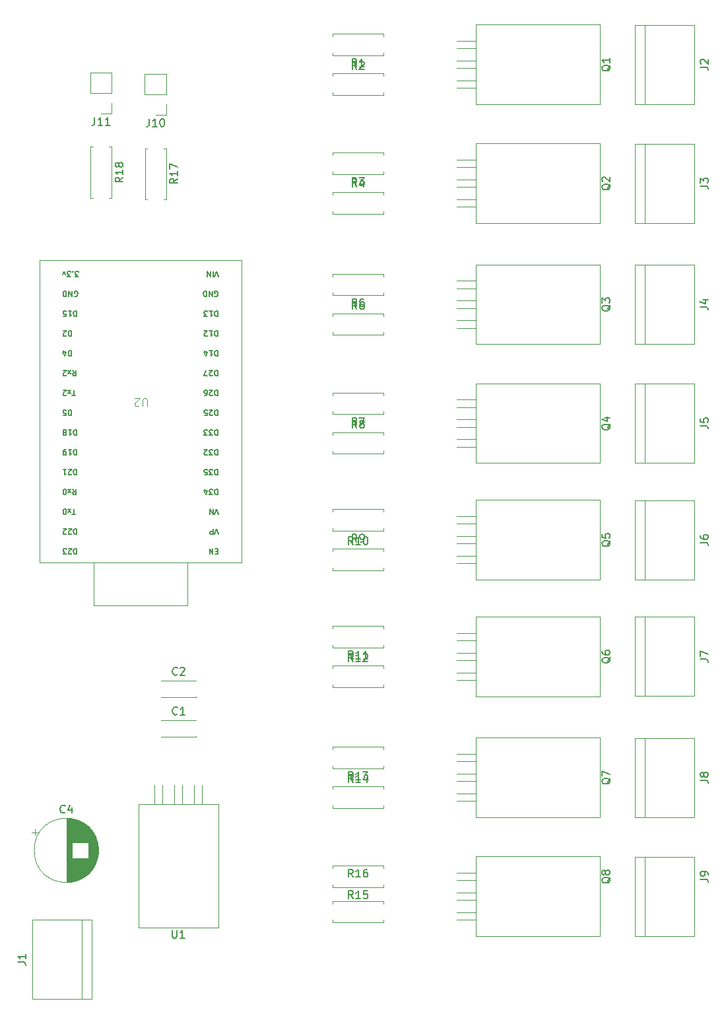
<source format=gbr>
%TF.GenerationSoftware,KiCad,Pcbnew,9.0.7*%
%TF.CreationDate,2026-02-06T13:46:22+00:00*%
%TF.ProjectId,VANDIMMER-8CH,56414e44-494d-44d4-9552-2d3843482e6b,rev?*%
%TF.SameCoordinates,Original*%
%TF.FileFunction,Legend,Top*%
%TF.FilePolarity,Positive*%
%FSLAX46Y46*%
G04 Gerber Fmt 4.6, Leading zero omitted, Abs format (unit mm)*
G04 Created by KiCad (PCBNEW 9.0.7) date 2026-02-06 13:46:22*
%MOMM*%
%LPD*%
G01*
G04 APERTURE LIST*
%ADD10C,0.150000*%
%ADD11C,0.100000*%
%ADD12C,0.120000*%
G04 APERTURE END LIST*
D10*
X47324819Y-57652857D02*
X46848628Y-57986190D01*
X47324819Y-58224285D02*
X46324819Y-58224285D01*
X46324819Y-58224285D02*
X46324819Y-57843333D01*
X46324819Y-57843333D02*
X46372438Y-57748095D01*
X46372438Y-57748095D02*
X46420057Y-57700476D01*
X46420057Y-57700476D02*
X46515295Y-57652857D01*
X46515295Y-57652857D02*
X46658152Y-57652857D01*
X46658152Y-57652857D02*
X46753390Y-57700476D01*
X46753390Y-57700476D02*
X46801009Y-57748095D01*
X46801009Y-57748095D02*
X46848628Y-57843333D01*
X46848628Y-57843333D02*
X46848628Y-58224285D01*
X47324819Y-56700476D02*
X47324819Y-57271904D01*
X47324819Y-56986190D02*
X46324819Y-56986190D01*
X46324819Y-56986190D02*
X46467676Y-57081428D01*
X46467676Y-57081428D02*
X46562914Y-57176666D01*
X46562914Y-57176666D02*
X46610533Y-57271904D01*
X46753390Y-56129047D02*
X46705771Y-56224285D01*
X46705771Y-56224285D02*
X46658152Y-56271904D01*
X46658152Y-56271904D02*
X46562914Y-56319523D01*
X46562914Y-56319523D02*
X46515295Y-56319523D01*
X46515295Y-56319523D02*
X46420057Y-56271904D01*
X46420057Y-56271904D02*
X46372438Y-56224285D01*
X46372438Y-56224285D02*
X46324819Y-56129047D01*
X46324819Y-56129047D02*
X46324819Y-55938571D01*
X46324819Y-55938571D02*
X46372438Y-55843333D01*
X46372438Y-55843333D02*
X46420057Y-55795714D01*
X46420057Y-55795714D02*
X46515295Y-55748095D01*
X46515295Y-55748095D02*
X46562914Y-55748095D01*
X46562914Y-55748095D02*
X46658152Y-55795714D01*
X46658152Y-55795714D02*
X46705771Y-55843333D01*
X46705771Y-55843333D02*
X46753390Y-55938571D01*
X46753390Y-55938571D02*
X46753390Y-56129047D01*
X46753390Y-56129047D02*
X46801009Y-56224285D01*
X46801009Y-56224285D02*
X46848628Y-56271904D01*
X46848628Y-56271904D02*
X46943866Y-56319523D01*
X46943866Y-56319523D02*
X47134342Y-56319523D01*
X47134342Y-56319523D02*
X47229580Y-56271904D01*
X47229580Y-56271904D02*
X47277200Y-56224285D01*
X47277200Y-56224285D02*
X47324819Y-56129047D01*
X47324819Y-56129047D02*
X47324819Y-55938571D01*
X47324819Y-55938571D02*
X47277200Y-55843333D01*
X47277200Y-55843333D02*
X47229580Y-55795714D01*
X47229580Y-55795714D02*
X47134342Y-55748095D01*
X47134342Y-55748095D02*
X46943866Y-55748095D01*
X46943866Y-55748095D02*
X46848628Y-55795714D01*
X46848628Y-55795714D02*
X46801009Y-55843333D01*
X46801009Y-55843333D02*
X46753390Y-55938571D01*
X39890682Y-139069580D02*
X39843063Y-139117200D01*
X39843063Y-139117200D02*
X39700206Y-139164819D01*
X39700206Y-139164819D02*
X39604968Y-139164819D01*
X39604968Y-139164819D02*
X39462111Y-139117200D01*
X39462111Y-139117200D02*
X39366873Y-139021961D01*
X39366873Y-139021961D02*
X39319254Y-138926723D01*
X39319254Y-138926723D02*
X39271635Y-138736247D01*
X39271635Y-138736247D02*
X39271635Y-138593390D01*
X39271635Y-138593390D02*
X39319254Y-138402914D01*
X39319254Y-138402914D02*
X39366873Y-138307676D01*
X39366873Y-138307676D02*
X39462111Y-138212438D01*
X39462111Y-138212438D02*
X39604968Y-138164819D01*
X39604968Y-138164819D02*
X39700206Y-138164819D01*
X39700206Y-138164819D02*
X39843063Y-138212438D01*
X39843063Y-138212438D02*
X39890682Y-138260057D01*
X40747825Y-138498152D02*
X40747825Y-139164819D01*
X40509730Y-138117200D02*
X40271635Y-138831485D01*
X40271635Y-138831485D02*
X40890682Y-138831485D01*
X54293333Y-126472231D02*
X54245714Y-126519851D01*
X54245714Y-126519851D02*
X54102857Y-126567470D01*
X54102857Y-126567470D02*
X54007619Y-126567470D01*
X54007619Y-126567470D02*
X53864762Y-126519851D01*
X53864762Y-126519851D02*
X53769524Y-126424612D01*
X53769524Y-126424612D02*
X53721905Y-126329374D01*
X53721905Y-126329374D02*
X53674286Y-126138898D01*
X53674286Y-126138898D02*
X53674286Y-125996041D01*
X53674286Y-125996041D02*
X53721905Y-125805565D01*
X53721905Y-125805565D02*
X53769524Y-125710327D01*
X53769524Y-125710327D02*
X53864762Y-125615089D01*
X53864762Y-125615089D02*
X54007619Y-125567470D01*
X54007619Y-125567470D02*
X54102857Y-125567470D01*
X54102857Y-125567470D02*
X54245714Y-125615089D01*
X54245714Y-125615089D02*
X54293333Y-125662708D01*
X55245714Y-126567470D02*
X54674286Y-126567470D01*
X54960000Y-126567470D02*
X54960000Y-125567470D01*
X54960000Y-125567470D02*
X54864762Y-125710327D01*
X54864762Y-125710327D02*
X54769524Y-125805565D01*
X54769524Y-125805565D02*
X54674286Y-125853184D01*
X109860057Y-74035238D02*
X109812438Y-74130476D01*
X109812438Y-74130476D02*
X109717200Y-74225714D01*
X109717200Y-74225714D02*
X109574342Y-74368571D01*
X109574342Y-74368571D02*
X109526723Y-74463809D01*
X109526723Y-74463809D02*
X109526723Y-74559047D01*
X109764819Y-74511428D02*
X109717200Y-74606666D01*
X109717200Y-74606666D02*
X109621961Y-74701904D01*
X109621961Y-74701904D02*
X109431485Y-74749523D01*
X109431485Y-74749523D02*
X109098152Y-74749523D01*
X109098152Y-74749523D02*
X108907676Y-74701904D01*
X108907676Y-74701904D02*
X108812438Y-74606666D01*
X108812438Y-74606666D02*
X108764819Y-74511428D01*
X108764819Y-74511428D02*
X108764819Y-74320952D01*
X108764819Y-74320952D02*
X108812438Y-74225714D01*
X108812438Y-74225714D02*
X108907676Y-74130476D01*
X108907676Y-74130476D02*
X109098152Y-74082857D01*
X109098152Y-74082857D02*
X109431485Y-74082857D01*
X109431485Y-74082857D02*
X109621961Y-74130476D01*
X109621961Y-74130476D02*
X109717200Y-74225714D01*
X109717200Y-74225714D02*
X109764819Y-74320952D01*
X109764819Y-74320952D02*
X109764819Y-74511428D01*
X108764819Y-73749523D02*
X108764819Y-73130476D01*
X108764819Y-73130476D02*
X109145771Y-73463809D01*
X109145771Y-73463809D02*
X109145771Y-73320952D01*
X109145771Y-73320952D02*
X109193390Y-73225714D01*
X109193390Y-73225714D02*
X109241009Y-73178095D01*
X109241009Y-73178095D02*
X109336247Y-73130476D01*
X109336247Y-73130476D02*
X109574342Y-73130476D01*
X109574342Y-73130476D02*
X109669580Y-73178095D01*
X109669580Y-73178095D02*
X109717200Y-73225714D01*
X109717200Y-73225714D02*
X109764819Y-73320952D01*
X109764819Y-73320952D02*
X109764819Y-73606666D01*
X109764819Y-73606666D02*
X109717200Y-73701904D01*
X109717200Y-73701904D02*
X109669580Y-73749523D01*
X50690476Y-50134819D02*
X50690476Y-50849104D01*
X50690476Y-50849104D02*
X50642857Y-50991961D01*
X50642857Y-50991961D02*
X50547619Y-51087200D01*
X50547619Y-51087200D02*
X50404762Y-51134819D01*
X50404762Y-51134819D02*
X50309524Y-51134819D01*
X51690476Y-51134819D02*
X51119048Y-51134819D01*
X51404762Y-51134819D02*
X51404762Y-50134819D01*
X51404762Y-50134819D02*
X51309524Y-50277676D01*
X51309524Y-50277676D02*
X51214286Y-50372914D01*
X51214286Y-50372914D02*
X51119048Y-50420533D01*
X52309524Y-50134819D02*
X52404762Y-50134819D01*
X52404762Y-50134819D02*
X52500000Y-50182438D01*
X52500000Y-50182438D02*
X52547619Y-50230057D01*
X52547619Y-50230057D02*
X52595238Y-50325295D01*
X52595238Y-50325295D02*
X52642857Y-50515771D01*
X52642857Y-50515771D02*
X52642857Y-50753866D01*
X52642857Y-50753866D02*
X52595238Y-50944342D01*
X52595238Y-50944342D02*
X52547619Y-51039580D01*
X52547619Y-51039580D02*
X52500000Y-51087200D01*
X52500000Y-51087200D02*
X52404762Y-51134819D01*
X52404762Y-51134819D02*
X52309524Y-51134819D01*
X52309524Y-51134819D02*
X52214286Y-51087200D01*
X52214286Y-51087200D02*
X52166667Y-51039580D01*
X52166667Y-51039580D02*
X52119048Y-50944342D01*
X52119048Y-50944342D02*
X52071429Y-50753866D01*
X52071429Y-50753866D02*
X52071429Y-50515771D01*
X52071429Y-50515771D02*
X52119048Y-50325295D01*
X52119048Y-50325295D02*
X52166667Y-50230057D01*
X52166667Y-50230057D02*
X52214286Y-50182438D01*
X52214286Y-50182438D02*
X52309524Y-50134819D01*
X121374819Y-147653333D02*
X122089104Y-147653333D01*
X122089104Y-147653333D02*
X122231961Y-147700952D01*
X122231961Y-147700952D02*
X122327200Y-147796190D01*
X122327200Y-147796190D02*
X122374819Y-147939047D01*
X122374819Y-147939047D02*
X122374819Y-148034285D01*
X122374819Y-147129523D02*
X122374819Y-146939047D01*
X122374819Y-146939047D02*
X122327200Y-146843809D01*
X122327200Y-146843809D02*
X122279580Y-146796190D01*
X122279580Y-146796190D02*
X122136723Y-146700952D01*
X122136723Y-146700952D02*
X121946247Y-146653333D01*
X121946247Y-146653333D02*
X121565295Y-146653333D01*
X121565295Y-146653333D02*
X121470057Y-146700952D01*
X121470057Y-146700952D02*
X121422438Y-146748571D01*
X121422438Y-146748571D02*
X121374819Y-146843809D01*
X121374819Y-146843809D02*
X121374819Y-147034285D01*
X121374819Y-147034285D02*
X121422438Y-147129523D01*
X121422438Y-147129523D02*
X121470057Y-147177142D01*
X121470057Y-147177142D02*
X121565295Y-147224761D01*
X121565295Y-147224761D02*
X121803390Y-147224761D01*
X121803390Y-147224761D02*
X121898628Y-147177142D01*
X121898628Y-147177142D02*
X121946247Y-147129523D01*
X121946247Y-147129523D02*
X121993866Y-147034285D01*
X121993866Y-147034285D02*
X121993866Y-146843809D01*
X121993866Y-146843809D02*
X121946247Y-146748571D01*
X121946247Y-146748571D02*
X121898628Y-146700952D01*
X121898628Y-146700952D02*
X121803390Y-146653333D01*
X77303333Y-104424819D02*
X76970000Y-103948628D01*
X76731905Y-104424819D02*
X76731905Y-103424819D01*
X76731905Y-103424819D02*
X77112857Y-103424819D01*
X77112857Y-103424819D02*
X77208095Y-103472438D01*
X77208095Y-103472438D02*
X77255714Y-103520057D01*
X77255714Y-103520057D02*
X77303333Y-103615295D01*
X77303333Y-103615295D02*
X77303333Y-103758152D01*
X77303333Y-103758152D02*
X77255714Y-103853390D01*
X77255714Y-103853390D02*
X77208095Y-103901009D01*
X77208095Y-103901009D02*
X77112857Y-103948628D01*
X77112857Y-103948628D02*
X76731905Y-103948628D01*
X77779524Y-104424819D02*
X77970000Y-104424819D01*
X77970000Y-104424819D02*
X78065238Y-104377200D01*
X78065238Y-104377200D02*
X78112857Y-104329580D01*
X78112857Y-104329580D02*
X78208095Y-104186723D01*
X78208095Y-104186723D02*
X78255714Y-103996247D01*
X78255714Y-103996247D02*
X78255714Y-103615295D01*
X78255714Y-103615295D02*
X78208095Y-103520057D01*
X78208095Y-103520057D02*
X78160476Y-103472438D01*
X78160476Y-103472438D02*
X78065238Y-103424819D01*
X78065238Y-103424819D02*
X77874762Y-103424819D01*
X77874762Y-103424819D02*
X77779524Y-103472438D01*
X77779524Y-103472438D02*
X77731905Y-103520057D01*
X77731905Y-103520057D02*
X77684286Y-103615295D01*
X77684286Y-103615295D02*
X77684286Y-103853390D01*
X77684286Y-103853390D02*
X77731905Y-103948628D01*
X77731905Y-103948628D02*
X77779524Y-103996247D01*
X77779524Y-103996247D02*
X77874762Y-104043866D01*
X77874762Y-104043866D02*
X78065238Y-104043866D01*
X78065238Y-104043866D02*
X78160476Y-103996247D01*
X78160476Y-103996247D02*
X78208095Y-103948628D01*
X78208095Y-103948628D02*
X78255714Y-103853390D01*
X109860057Y-134715238D02*
X109812438Y-134810476D01*
X109812438Y-134810476D02*
X109717200Y-134905714D01*
X109717200Y-134905714D02*
X109574342Y-135048571D01*
X109574342Y-135048571D02*
X109526723Y-135143809D01*
X109526723Y-135143809D02*
X109526723Y-135239047D01*
X109764819Y-135191428D02*
X109717200Y-135286666D01*
X109717200Y-135286666D02*
X109621961Y-135381904D01*
X109621961Y-135381904D02*
X109431485Y-135429523D01*
X109431485Y-135429523D02*
X109098152Y-135429523D01*
X109098152Y-135429523D02*
X108907676Y-135381904D01*
X108907676Y-135381904D02*
X108812438Y-135286666D01*
X108812438Y-135286666D02*
X108764819Y-135191428D01*
X108764819Y-135191428D02*
X108764819Y-135000952D01*
X108764819Y-135000952D02*
X108812438Y-134905714D01*
X108812438Y-134905714D02*
X108907676Y-134810476D01*
X108907676Y-134810476D02*
X109098152Y-134762857D01*
X109098152Y-134762857D02*
X109431485Y-134762857D01*
X109431485Y-134762857D02*
X109621961Y-134810476D01*
X109621961Y-134810476D02*
X109717200Y-134905714D01*
X109717200Y-134905714D02*
X109764819Y-135000952D01*
X109764819Y-135000952D02*
X109764819Y-135191428D01*
X108764819Y-134429523D02*
X108764819Y-133762857D01*
X108764819Y-133762857D02*
X109764819Y-134191428D01*
X77303333Y-89464819D02*
X76970000Y-88988628D01*
X76731905Y-89464819D02*
X76731905Y-88464819D01*
X76731905Y-88464819D02*
X77112857Y-88464819D01*
X77112857Y-88464819D02*
X77208095Y-88512438D01*
X77208095Y-88512438D02*
X77255714Y-88560057D01*
X77255714Y-88560057D02*
X77303333Y-88655295D01*
X77303333Y-88655295D02*
X77303333Y-88798152D01*
X77303333Y-88798152D02*
X77255714Y-88893390D01*
X77255714Y-88893390D02*
X77208095Y-88941009D01*
X77208095Y-88941009D02*
X77112857Y-88988628D01*
X77112857Y-88988628D02*
X76731905Y-88988628D01*
X77636667Y-88464819D02*
X78303333Y-88464819D01*
X78303333Y-88464819D02*
X77874762Y-89464819D01*
X77303333Y-43464819D02*
X76970000Y-42988628D01*
X76731905Y-43464819D02*
X76731905Y-42464819D01*
X76731905Y-42464819D02*
X77112857Y-42464819D01*
X77112857Y-42464819D02*
X77208095Y-42512438D01*
X77208095Y-42512438D02*
X77255714Y-42560057D01*
X77255714Y-42560057D02*
X77303333Y-42655295D01*
X77303333Y-42655295D02*
X77303333Y-42798152D01*
X77303333Y-42798152D02*
X77255714Y-42893390D01*
X77255714Y-42893390D02*
X77208095Y-42941009D01*
X77208095Y-42941009D02*
X77112857Y-42988628D01*
X77112857Y-42988628D02*
X76731905Y-42988628D01*
X78255714Y-43464819D02*
X77684286Y-43464819D01*
X77970000Y-43464819D02*
X77970000Y-42464819D01*
X77970000Y-42464819D02*
X77874762Y-42607676D01*
X77874762Y-42607676D02*
X77779524Y-42702914D01*
X77779524Y-42702914D02*
X77684286Y-42750533D01*
X77303333Y-58704819D02*
X76970000Y-58228628D01*
X76731905Y-58704819D02*
X76731905Y-57704819D01*
X76731905Y-57704819D02*
X77112857Y-57704819D01*
X77112857Y-57704819D02*
X77208095Y-57752438D01*
X77208095Y-57752438D02*
X77255714Y-57800057D01*
X77255714Y-57800057D02*
X77303333Y-57895295D01*
X77303333Y-57895295D02*
X77303333Y-58038152D01*
X77303333Y-58038152D02*
X77255714Y-58133390D01*
X77255714Y-58133390D02*
X77208095Y-58181009D01*
X77208095Y-58181009D02*
X77112857Y-58228628D01*
X77112857Y-58228628D02*
X76731905Y-58228628D01*
X77636667Y-57704819D02*
X78255714Y-57704819D01*
X78255714Y-57704819D02*
X77922381Y-58085771D01*
X77922381Y-58085771D02*
X78065238Y-58085771D01*
X78065238Y-58085771D02*
X78160476Y-58133390D01*
X78160476Y-58133390D02*
X78208095Y-58181009D01*
X78208095Y-58181009D02*
X78255714Y-58276247D01*
X78255714Y-58276247D02*
X78255714Y-58514342D01*
X78255714Y-58514342D02*
X78208095Y-58609580D01*
X78208095Y-58609580D02*
X78160476Y-58657200D01*
X78160476Y-58657200D02*
X78065238Y-58704819D01*
X78065238Y-58704819D02*
X77779524Y-58704819D01*
X77779524Y-58704819D02*
X77684286Y-58657200D01*
X77684286Y-58657200D02*
X77636667Y-58609580D01*
X76827142Y-147384819D02*
X76493809Y-146908628D01*
X76255714Y-147384819D02*
X76255714Y-146384819D01*
X76255714Y-146384819D02*
X76636666Y-146384819D01*
X76636666Y-146384819D02*
X76731904Y-146432438D01*
X76731904Y-146432438D02*
X76779523Y-146480057D01*
X76779523Y-146480057D02*
X76827142Y-146575295D01*
X76827142Y-146575295D02*
X76827142Y-146718152D01*
X76827142Y-146718152D02*
X76779523Y-146813390D01*
X76779523Y-146813390D02*
X76731904Y-146861009D01*
X76731904Y-146861009D02*
X76636666Y-146908628D01*
X76636666Y-146908628D02*
X76255714Y-146908628D01*
X77779523Y-147384819D02*
X77208095Y-147384819D01*
X77493809Y-147384819D02*
X77493809Y-146384819D01*
X77493809Y-146384819D02*
X77398571Y-146527676D01*
X77398571Y-146527676D02*
X77303333Y-146622914D01*
X77303333Y-146622914D02*
X77208095Y-146670533D01*
X78636666Y-146384819D02*
X78446190Y-146384819D01*
X78446190Y-146384819D02*
X78350952Y-146432438D01*
X78350952Y-146432438D02*
X78303333Y-146480057D01*
X78303333Y-146480057D02*
X78208095Y-146622914D01*
X78208095Y-146622914D02*
X78160476Y-146813390D01*
X78160476Y-146813390D02*
X78160476Y-147194342D01*
X78160476Y-147194342D02*
X78208095Y-147289580D01*
X78208095Y-147289580D02*
X78255714Y-147337200D01*
X78255714Y-147337200D02*
X78350952Y-147384819D01*
X78350952Y-147384819D02*
X78541428Y-147384819D01*
X78541428Y-147384819D02*
X78636666Y-147337200D01*
X78636666Y-147337200D02*
X78684285Y-147289580D01*
X78684285Y-147289580D02*
X78731904Y-147194342D01*
X78731904Y-147194342D02*
X78731904Y-146956247D01*
X78731904Y-146956247D02*
X78684285Y-146861009D01*
X78684285Y-146861009D02*
X78636666Y-146813390D01*
X78636666Y-146813390D02*
X78541428Y-146765771D01*
X78541428Y-146765771D02*
X78350952Y-146765771D01*
X78350952Y-146765771D02*
X78255714Y-146813390D01*
X78255714Y-146813390D02*
X78208095Y-146861009D01*
X78208095Y-146861009D02*
X78160476Y-146956247D01*
X54324819Y-57832857D02*
X53848628Y-58166190D01*
X54324819Y-58404285D02*
X53324819Y-58404285D01*
X53324819Y-58404285D02*
X53324819Y-58023333D01*
X53324819Y-58023333D02*
X53372438Y-57928095D01*
X53372438Y-57928095D02*
X53420057Y-57880476D01*
X53420057Y-57880476D02*
X53515295Y-57832857D01*
X53515295Y-57832857D02*
X53658152Y-57832857D01*
X53658152Y-57832857D02*
X53753390Y-57880476D01*
X53753390Y-57880476D02*
X53801009Y-57928095D01*
X53801009Y-57928095D02*
X53848628Y-58023333D01*
X53848628Y-58023333D02*
X53848628Y-58404285D01*
X54324819Y-56880476D02*
X54324819Y-57451904D01*
X54324819Y-57166190D02*
X53324819Y-57166190D01*
X53324819Y-57166190D02*
X53467676Y-57261428D01*
X53467676Y-57261428D02*
X53562914Y-57356666D01*
X53562914Y-57356666D02*
X53610533Y-57451904D01*
X53324819Y-56547142D02*
X53324819Y-55880476D01*
X53324819Y-55880476D02*
X54324819Y-56309047D01*
X109860057Y-58515238D02*
X109812438Y-58610476D01*
X109812438Y-58610476D02*
X109717200Y-58705714D01*
X109717200Y-58705714D02*
X109574342Y-58848571D01*
X109574342Y-58848571D02*
X109526723Y-58943809D01*
X109526723Y-58943809D02*
X109526723Y-59039047D01*
X109764819Y-58991428D02*
X109717200Y-59086666D01*
X109717200Y-59086666D02*
X109621961Y-59181904D01*
X109621961Y-59181904D02*
X109431485Y-59229523D01*
X109431485Y-59229523D02*
X109098152Y-59229523D01*
X109098152Y-59229523D02*
X108907676Y-59181904D01*
X108907676Y-59181904D02*
X108812438Y-59086666D01*
X108812438Y-59086666D02*
X108764819Y-58991428D01*
X108764819Y-58991428D02*
X108764819Y-58800952D01*
X108764819Y-58800952D02*
X108812438Y-58705714D01*
X108812438Y-58705714D02*
X108907676Y-58610476D01*
X108907676Y-58610476D02*
X109098152Y-58562857D01*
X109098152Y-58562857D02*
X109431485Y-58562857D01*
X109431485Y-58562857D02*
X109621961Y-58610476D01*
X109621961Y-58610476D02*
X109717200Y-58705714D01*
X109717200Y-58705714D02*
X109764819Y-58800952D01*
X109764819Y-58800952D02*
X109764819Y-58991428D01*
X108860057Y-58181904D02*
X108812438Y-58134285D01*
X108812438Y-58134285D02*
X108764819Y-58039047D01*
X108764819Y-58039047D02*
X108764819Y-57800952D01*
X108764819Y-57800952D02*
X108812438Y-57705714D01*
X108812438Y-57705714D02*
X108860057Y-57658095D01*
X108860057Y-57658095D02*
X108955295Y-57610476D01*
X108955295Y-57610476D02*
X109050533Y-57610476D01*
X109050533Y-57610476D02*
X109193390Y-57658095D01*
X109193390Y-57658095D02*
X109764819Y-58229523D01*
X109764819Y-58229523D02*
X109764819Y-57610476D01*
X53658095Y-154187470D02*
X53658095Y-154996993D01*
X53658095Y-154996993D02*
X53705714Y-155092231D01*
X53705714Y-155092231D02*
X53753333Y-155139851D01*
X53753333Y-155139851D02*
X53848571Y-155187470D01*
X53848571Y-155187470D02*
X54039047Y-155187470D01*
X54039047Y-155187470D02*
X54134285Y-155139851D01*
X54134285Y-155139851D02*
X54181904Y-155092231D01*
X54181904Y-155092231D02*
X54229523Y-154996993D01*
X54229523Y-154996993D02*
X54229523Y-154187470D01*
X55229523Y-155187470D02*
X54658095Y-155187470D01*
X54943809Y-155187470D02*
X54943809Y-154187470D01*
X54943809Y-154187470D02*
X54848571Y-154330327D01*
X54848571Y-154330327D02*
X54753333Y-154425565D01*
X54753333Y-154425565D02*
X54658095Y-154473184D01*
X121374819Y-89513333D02*
X122089104Y-89513333D01*
X122089104Y-89513333D02*
X122231961Y-89560952D01*
X122231961Y-89560952D02*
X122327200Y-89656190D01*
X122327200Y-89656190D02*
X122374819Y-89799047D01*
X122374819Y-89799047D02*
X122374819Y-89894285D01*
X121374819Y-88560952D02*
X121374819Y-89037142D01*
X121374819Y-89037142D02*
X121851009Y-89084761D01*
X121851009Y-89084761D02*
X121803390Y-89037142D01*
X121803390Y-89037142D02*
X121755771Y-88941904D01*
X121755771Y-88941904D02*
X121755771Y-88703809D01*
X121755771Y-88703809D02*
X121803390Y-88608571D01*
X121803390Y-88608571D02*
X121851009Y-88560952D01*
X121851009Y-88560952D02*
X121946247Y-88513333D01*
X121946247Y-88513333D02*
X122184342Y-88513333D01*
X122184342Y-88513333D02*
X122279580Y-88560952D01*
X122279580Y-88560952D02*
X122327200Y-88608571D01*
X122327200Y-88608571D02*
X122374819Y-88703809D01*
X122374819Y-88703809D02*
X122374819Y-88941904D01*
X122374819Y-88941904D02*
X122327200Y-89037142D01*
X122327200Y-89037142D02*
X122279580Y-89084761D01*
X77303333Y-43804819D02*
X76970000Y-43328628D01*
X76731905Y-43804819D02*
X76731905Y-42804819D01*
X76731905Y-42804819D02*
X77112857Y-42804819D01*
X77112857Y-42804819D02*
X77208095Y-42852438D01*
X77208095Y-42852438D02*
X77255714Y-42900057D01*
X77255714Y-42900057D02*
X77303333Y-42995295D01*
X77303333Y-42995295D02*
X77303333Y-43138152D01*
X77303333Y-43138152D02*
X77255714Y-43233390D01*
X77255714Y-43233390D02*
X77208095Y-43281009D01*
X77208095Y-43281009D02*
X77112857Y-43328628D01*
X77112857Y-43328628D02*
X76731905Y-43328628D01*
X77684286Y-42900057D02*
X77731905Y-42852438D01*
X77731905Y-42852438D02*
X77827143Y-42804819D01*
X77827143Y-42804819D02*
X78065238Y-42804819D01*
X78065238Y-42804819D02*
X78160476Y-42852438D01*
X78160476Y-42852438D02*
X78208095Y-42900057D01*
X78208095Y-42900057D02*
X78255714Y-42995295D01*
X78255714Y-42995295D02*
X78255714Y-43090533D01*
X78255714Y-43090533D02*
X78208095Y-43233390D01*
X78208095Y-43233390D02*
X77636667Y-43804819D01*
X77636667Y-43804819D02*
X78255714Y-43804819D01*
X121374819Y-104473333D02*
X122089104Y-104473333D01*
X122089104Y-104473333D02*
X122231961Y-104520952D01*
X122231961Y-104520952D02*
X122327200Y-104616190D01*
X122327200Y-104616190D02*
X122374819Y-104759047D01*
X122374819Y-104759047D02*
X122374819Y-104854285D01*
X121374819Y-103568571D02*
X121374819Y-103759047D01*
X121374819Y-103759047D02*
X121422438Y-103854285D01*
X121422438Y-103854285D02*
X121470057Y-103901904D01*
X121470057Y-103901904D02*
X121612914Y-103997142D01*
X121612914Y-103997142D02*
X121803390Y-104044761D01*
X121803390Y-104044761D02*
X122184342Y-104044761D01*
X122184342Y-104044761D02*
X122279580Y-103997142D01*
X122279580Y-103997142D02*
X122327200Y-103949523D01*
X122327200Y-103949523D02*
X122374819Y-103854285D01*
X122374819Y-103854285D02*
X122374819Y-103663809D01*
X122374819Y-103663809D02*
X122327200Y-103568571D01*
X122327200Y-103568571D02*
X122279580Y-103520952D01*
X122279580Y-103520952D02*
X122184342Y-103473333D01*
X122184342Y-103473333D02*
X121946247Y-103473333D01*
X121946247Y-103473333D02*
X121851009Y-103520952D01*
X121851009Y-103520952D02*
X121803390Y-103568571D01*
X121803390Y-103568571D02*
X121755771Y-103663809D01*
X121755771Y-103663809D02*
X121755771Y-103854285D01*
X121755771Y-103854285D02*
X121803390Y-103949523D01*
X121803390Y-103949523D02*
X121851009Y-103997142D01*
X121851009Y-103997142D02*
X121946247Y-104044761D01*
X77303333Y-58874819D02*
X76970000Y-58398628D01*
X76731905Y-58874819D02*
X76731905Y-57874819D01*
X76731905Y-57874819D02*
X77112857Y-57874819D01*
X77112857Y-57874819D02*
X77208095Y-57922438D01*
X77208095Y-57922438D02*
X77255714Y-57970057D01*
X77255714Y-57970057D02*
X77303333Y-58065295D01*
X77303333Y-58065295D02*
X77303333Y-58208152D01*
X77303333Y-58208152D02*
X77255714Y-58303390D01*
X77255714Y-58303390D02*
X77208095Y-58351009D01*
X77208095Y-58351009D02*
X77112857Y-58398628D01*
X77112857Y-58398628D02*
X76731905Y-58398628D01*
X78160476Y-58208152D02*
X78160476Y-58874819D01*
X77922381Y-57827200D02*
X77684286Y-58541485D01*
X77684286Y-58541485D02*
X78303333Y-58541485D01*
X121374819Y-74273333D02*
X122089104Y-74273333D01*
X122089104Y-74273333D02*
X122231961Y-74320952D01*
X122231961Y-74320952D02*
X122327200Y-74416190D01*
X122327200Y-74416190D02*
X122374819Y-74559047D01*
X122374819Y-74559047D02*
X122374819Y-74654285D01*
X121708152Y-73368571D02*
X122374819Y-73368571D01*
X121327200Y-73606666D02*
X122041485Y-73844761D01*
X122041485Y-73844761D02*
X122041485Y-73225714D01*
X76827142Y-135244819D02*
X76493809Y-134768628D01*
X76255714Y-135244819D02*
X76255714Y-134244819D01*
X76255714Y-134244819D02*
X76636666Y-134244819D01*
X76636666Y-134244819D02*
X76731904Y-134292438D01*
X76731904Y-134292438D02*
X76779523Y-134340057D01*
X76779523Y-134340057D02*
X76827142Y-134435295D01*
X76827142Y-134435295D02*
X76827142Y-134578152D01*
X76827142Y-134578152D02*
X76779523Y-134673390D01*
X76779523Y-134673390D02*
X76731904Y-134721009D01*
X76731904Y-134721009D02*
X76636666Y-134768628D01*
X76636666Y-134768628D02*
X76255714Y-134768628D01*
X77779523Y-135244819D02*
X77208095Y-135244819D01*
X77493809Y-135244819D02*
X77493809Y-134244819D01*
X77493809Y-134244819D02*
X77398571Y-134387676D01*
X77398571Y-134387676D02*
X77303333Y-134482914D01*
X77303333Y-134482914D02*
X77208095Y-134530533D01*
X78636666Y-134578152D02*
X78636666Y-135244819D01*
X78398571Y-134197200D02*
X78160476Y-134911485D01*
X78160476Y-134911485D02*
X78779523Y-134911485D01*
X77303333Y-74224819D02*
X76970000Y-73748628D01*
X76731905Y-74224819D02*
X76731905Y-73224819D01*
X76731905Y-73224819D02*
X77112857Y-73224819D01*
X77112857Y-73224819D02*
X77208095Y-73272438D01*
X77208095Y-73272438D02*
X77255714Y-73320057D01*
X77255714Y-73320057D02*
X77303333Y-73415295D01*
X77303333Y-73415295D02*
X77303333Y-73558152D01*
X77303333Y-73558152D02*
X77255714Y-73653390D01*
X77255714Y-73653390D02*
X77208095Y-73701009D01*
X77208095Y-73701009D02*
X77112857Y-73748628D01*
X77112857Y-73748628D02*
X76731905Y-73748628D01*
X78208095Y-73224819D02*
X77731905Y-73224819D01*
X77731905Y-73224819D02*
X77684286Y-73701009D01*
X77684286Y-73701009D02*
X77731905Y-73653390D01*
X77731905Y-73653390D02*
X77827143Y-73605771D01*
X77827143Y-73605771D02*
X78065238Y-73605771D01*
X78065238Y-73605771D02*
X78160476Y-73653390D01*
X78160476Y-73653390D02*
X78208095Y-73701009D01*
X78208095Y-73701009D02*
X78255714Y-73796247D01*
X78255714Y-73796247D02*
X78255714Y-74034342D01*
X78255714Y-74034342D02*
X78208095Y-74129580D01*
X78208095Y-74129580D02*
X78160476Y-74177200D01*
X78160476Y-74177200D02*
X78065238Y-74224819D01*
X78065238Y-74224819D02*
X77827143Y-74224819D01*
X77827143Y-74224819D02*
X77731905Y-74177200D01*
X77731905Y-74177200D02*
X77684286Y-74129580D01*
X76827142Y-104764819D02*
X76493809Y-104288628D01*
X76255714Y-104764819D02*
X76255714Y-103764819D01*
X76255714Y-103764819D02*
X76636666Y-103764819D01*
X76636666Y-103764819D02*
X76731904Y-103812438D01*
X76731904Y-103812438D02*
X76779523Y-103860057D01*
X76779523Y-103860057D02*
X76827142Y-103955295D01*
X76827142Y-103955295D02*
X76827142Y-104098152D01*
X76827142Y-104098152D02*
X76779523Y-104193390D01*
X76779523Y-104193390D02*
X76731904Y-104241009D01*
X76731904Y-104241009D02*
X76636666Y-104288628D01*
X76636666Y-104288628D02*
X76255714Y-104288628D01*
X77779523Y-104764819D02*
X77208095Y-104764819D01*
X77493809Y-104764819D02*
X77493809Y-103764819D01*
X77493809Y-103764819D02*
X77398571Y-103907676D01*
X77398571Y-103907676D02*
X77303333Y-104002914D01*
X77303333Y-104002914D02*
X77208095Y-104050533D01*
X78398571Y-103764819D02*
X78493809Y-103764819D01*
X78493809Y-103764819D02*
X78589047Y-103812438D01*
X78589047Y-103812438D02*
X78636666Y-103860057D01*
X78636666Y-103860057D02*
X78684285Y-103955295D01*
X78684285Y-103955295D02*
X78731904Y-104145771D01*
X78731904Y-104145771D02*
X78731904Y-104383866D01*
X78731904Y-104383866D02*
X78684285Y-104574342D01*
X78684285Y-104574342D02*
X78636666Y-104669580D01*
X78636666Y-104669580D02*
X78589047Y-104717200D01*
X78589047Y-104717200D02*
X78493809Y-104764819D01*
X78493809Y-104764819D02*
X78398571Y-104764819D01*
X78398571Y-104764819D02*
X78303333Y-104717200D01*
X78303333Y-104717200D02*
X78255714Y-104669580D01*
X78255714Y-104669580D02*
X78208095Y-104574342D01*
X78208095Y-104574342D02*
X78160476Y-104383866D01*
X78160476Y-104383866D02*
X78160476Y-104145771D01*
X78160476Y-104145771D02*
X78208095Y-103955295D01*
X78208095Y-103955295D02*
X78255714Y-103860057D01*
X78255714Y-103860057D02*
X78303333Y-103812438D01*
X78303333Y-103812438D02*
X78398571Y-103764819D01*
X76827142Y-150144819D02*
X76493809Y-149668628D01*
X76255714Y-150144819D02*
X76255714Y-149144819D01*
X76255714Y-149144819D02*
X76636666Y-149144819D01*
X76636666Y-149144819D02*
X76731904Y-149192438D01*
X76731904Y-149192438D02*
X76779523Y-149240057D01*
X76779523Y-149240057D02*
X76827142Y-149335295D01*
X76827142Y-149335295D02*
X76827142Y-149478152D01*
X76827142Y-149478152D02*
X76779523Y-149573390D01*
X76779523Y-149573390D02*
X76731904Y-149621009D01*
X76731904Y-149621009D02*
X76636666Y-149668628D01*
X76636666Y-149668628D02*
X76255714Y-149668628D01*
X77779523Y-150144819D02*
X77208095Y-150144819D01*
X77493809Y-150144819D02*
X77493809Y-149144819D01*
X77493809Y-149144819D02*
X77398571Y-149287676D01*
X77398571Y-149287676D02*
X77303333Y-149382914D01*
X77303333Y-149382914D02*
X77208095Y-149430533D01*
X78684285Y-149144819D02*
X78208095Y-149144819D01*
X78208095Y-149144819D02*
X78160476Y-149621009D01*
X78160476Y-149621009D02*
X78208095Y-149573390D01*
X78208095Y-149573390D02*
X78303333Y-149525771D01*
X78303333Y-149525771D02*
X78541428Y-149525771D01*
X78541428Y-149525771D02*
X78636666Y-149573390D01*
X78636666Y-149573390D02*
X78684285Y-149621009D01*
X78684285Y-149621009D02*
X78731904Y-149716247D01*
X78731904Y-149716247D02*
X78731904Y-149954342D01*
X78731904Y-149954342D02*
X78684285Y-150049580D01*
X78684285Y-150049580D02*
X78636666Y-150097200D01*
X78636666Y-150097200D02*
X78541428Y-150144819D01*
X78541428Y-150144819D02*
X78303333Y-150144819D01*
X78303333Y-150144819D02*
X78208095Y-150097200D01*
X78208095Y-150097200D02*
X78160476Y-150049580D01*
X109860057Y-147415238D02*
X109812438Y-147510476D01*
X109812438Y-147510476D02*
X109717200Y-147605714D01*
X109717200Y-147605714D02*
X109574342Y-147748571D01*
X109574342Y-147748571D02*
X109526723Y-147843809D01*
X109526723Y-147843809D02*
X109526723Y-147939047D01*
X109764819Y-147891428D02*
X109717200Y-147986666D01*
X109717200Y-147986666D02*
X109621961Y-148081904D01*
X109621961Y-148081904D02*
X109431485Y-148129523D01*
X109431485Y-148129523D02*
X109098152Y-148129523D01*
X109098152Y-148129523D02*
X108907676Y-148081904D01*
X108907676Y-148081904D02*
X108812438Y-147986666D01*
X108812438Y-147986666D02*
X108764819Y-147891428D01*
X108764819Y-147891428D02*
X108764819Y-147700952D01*
X108764819Y-147700952D02*
X108812438Y-147605714D01*
X108812438Y-147605714D02*
X108907676Y-147510476D01*
X108907676Y-147510476D02*
X109098152Y-147462857D01*
X109098152Y-147462857D02*
X109431485Y-147462857D01*
X109431485Y-147462857D02*
X109621961Y-147510476D01*
X109621961Y-147510476D02*
X109717200Y-147605714D01*
X109717200Y-147605714D02*
X109764819Y-147700952D01*
X109764819Y-147700952D02*
X109764819Y-147891428D01*
X109193390Y-146891428D02*
X109145771Y-146986666D01*
X109145771Y-146986666D02*
X109098152Y-147034285D01*
X109098152Y-147034285D02*
X109002914Y-147081904D01*
X109002914Y-147081904D02*
X108955295Y-147081904D01*
X108955295Y-147081904D02*
X108860057Y-147034285D01*
X108860057Y-147034285D02*
X108812438Y-146986666D01*
X108812438Y-146986666D02*
X108764819Y-146891428D01*
X108764819Y-146891428D02*
X108764819Y-146700952D01*
X108764819Y-146700952D02*
X108812438Y-146605714D01*
X108812438Y-146605714D02*
X108860057Y-146558095D01*
X108860057Y-146558095D02*
X108955295Y-146510476D01*
X108955295Y-146510476D02*
X109002914Y-146510476D01*
X109002914Y-146510476D02*
X109098152Y-146558095D01*
X109098152Y-146558095D02*
X109145771Y-146605714D01*
X109145771Y-146605714D02*
X109193390Y-146700952D01*
X109193390Y-146700952D02*
X109193390Y-146891428D01*
X109193390Y-146891428D02*
X109241009Y-146986666D01*
X109241009Y-146986666D02*
X109288628Y-147034285D01*
X109288628Y-147034285D02*
X109383866Y-147081904D01*
X109383866Y-147081904D02*
X109574342Y-147081904D01*
X109574342Y-147081904D02*
X109669580Y-147034285D01*
X109669580Y-147034285D02*
X109717200Y-146986666D01*
X109717200Y-146986666D02*
X109764819Y-146891428D01*
X109764819Y-146891428D02*
X109764819Y-146700952D01*
X109764819Y-146700952D02*
X109717200Y-146605714D01*
X109717200Y-146605714D02*
X109669580Y-146558095D01*
X109669580Y-146558095D02*
X109574342Y-146510476D01*
X109574342Y-146510476D02*
X109383866Y-146510476D01*
X109383866Y-146510476D02*
X109288628Y-146558095D01*
X109288628Y-146558095D02*
X109241009Y-146605714D01*
X109241009Y-146605714D02*
X109193390Y-146700952D01*
X121374819Y-134953333D02*
X122089104Y-134953333D01*
X122089104Y-134953333D02*
X122231961Y-135000952D01*
X122231961Y-135000952D02*
X122327200Y-135096190D01*
X122327200Y-135096190D02*
X122374819Y-135239047D01*
X122374819Y-135239047D02*
X122374819Y-135334285D01*
X121803390Y-134334285D02*
X121755771Y-134429523D01*
X121755771Y-134429523D02*
X121708152Y-134477142D01*
X121708152Y-134477142D02*
X121612914Y-134524761D01*
X121612914Y-134524761D02*
X121565295Y-134524761D01*
X121565295Y-134524761D02*
X121470057Y-134477142D01*
X121470057Y-134477142D02*
X121422438Y-134429523D01*
X121422438Y-134429523D02*
X121374819Y-134334285D01*
X121374819Y-134334285D02*
X121374819Y-134143809D01*
X121374819Y-134143809D02*
X121422438Y-134048571D01*
X121422438Y-134048571D02*
X121470057Y-134000952D01*
X121470057Y-134000952D02*
X121565295Y-133953333D01*
X121565295Y-133953333D02*
X121612914Y-133953333D01*
X121612914Y-133953333D02*
X121708152Y-134000952D01*
X121708152Y-134000952D02*
X121755771Y-134048571D01*
X121755771Y-134048571D02*
X121803390Y-134143809D01*
X121803390Y-134143809D02*
X121803390Y-134334285D01*
X121803390Y-134334285D02*
X121851009Y-134429523D01*
X121851009Y-134429523D02*
X121898628Y-134477142D01*
X121898628Y-134477142D02*
X121993866Y-134524761D01*
X121993866Y-134524761D02*
X122184342Y-134524761D01*
X122184342Y-134524761D02*
X122279580Y-134477142D01*
X122279580Y-134477142D02*
X122327200Y-134429523D01*
X122327200Y-134429523D02*
X122374819Y-134334285D01*
X122374819Y-134334285D02*
X122374819Y-134143809D01*
X122374819Y-134143809D02*
X122327200Y-134048571D01*
X122327200Y-134048571D02*
X122279580Y-134000952D01*
X122279580Y-134000952D02*
X122184342Y-133953333D01*
X122184342Y-133953333D02*
X121993866Y-133953333D01*
X121993866Y-133953333D02*
X121898628Y-134000952D01*
X121898628Y-134000952D02*
X121851009Y-134048571D01*
X121851009Y-134048571D02*
X121803390Y-134143809D01*
X109860057Y-104235238D02*
X109812438Y-104330476D01*
X109812438Y-104330476D02*
X109717200Y-104425714D01*
X109717200Y-104425714D02*
X109574342Y-104568571D01*
X109574342Y-104568571D02*
X109526723Y-104663809D01*
X109526723Y-104663809D02*
X109526723Y-104759047D01*
X109764819Y-104711428D02*
X109717200Y-104806666D01*
X109717200Y-104806666D02*
X109621961Y-104901904D01*
X109621961Y-104901904D02*
X109431485Y-104949523D01*
X109431485Y-104949523D02*
X109098152Y-104949523D01*
X109098152Y-104949523D02*
X108907676Y-104901904D01*
X108907676Y-104901904D02*
X108812438Y-104806666D01*
X108812438Y-104806666D02*
X108764819Y-104711428D01*
X108764819Y-104711428D02*
X108764819Y-104520952D01*
X108764819Y-104520952D02*
X108812438Y-104425714D01*
X108812438Y-104425714D02*
X108907676Y-104330476D01*
X108907676Y-104330476D02*
X109098152Y-104282857D01*
X109098152Y-104282857D02*
X109431485Y-104282857D01*
X109431485Y-104282857D02*
X109621961Y-104330476D01*
X109621961Y-104330476D02*
X109717200Y-104425714D01*
X109717200Y-104425714D02*
X109764819Y-104520952D01*
X109764819Y-104520952D02*
X109764819Y-104711428D01*
X108764819Y-103378095D02*
X108764819Y-103854285D01*
X108764819Y-103854285D02*
X109241009Y-103901904D01*
X109241009Y-103901904D02*
X109193390Y-103854285D01*
X109193390Y-103854285D02*
X109145771Y-103759047D01*
X109145771Y-103759047D02*
X109145771Y-103520952D01*
X109145771Y-103520952D02*
X109193390Y-103425714D01*
X109193390Y-103425714D02*
X109241009Y-103378095D01*
X109241009Y-103378095D02*
X109336247Y-103330476D01*
X109336247Y-103330476D02*
X109574342Y-103330476D01*
X109574342Y-103330476D02*
X109669580Y-103378095D01*
X109669580Y-103378095D02*
X109717200Y-103425714D01*
X109717200Y-103425714D02*
X109764819Y-103520952D01*
X109764819Y-103520952D02*
X109764819Y-103759047D01*
X109764819Y-103759047D02*
X109717200Y-103854285D01*
X109717200Y-103854285D02*
X109669580Y-103901904D01*
X43690476Y-49954819D02*
X43690476Y-50669104D01*
X43690476Y-50669104D02*
X43642857Y-50811961D01*
X43642857Y-50811961D02*
X43547619Y-50907200D01*
X43547619Y-50907200D02*
X43404762Y-50954819D01*
X43404762Y-50954819D02*
X43309524Y-50954819D01*
X44690476Y-50954819D02*
X44119048Y-50954819D01*
X44404762Y-50954819D02*
X44404762Y-49954819D01*
X44404762Y-49954819D02*
X44309524Y-50097676D01*
X44309524Y-50097676D02*
X44214286Y-50192914D01*
X44214286Y-50192914D02*
X44119048Y-50240533D01*
X45642857Y-50954819D02*
X45071429Y-50954819D01*
X45357143Y-50954819D02*
X45357143Y-49954819D01*
X45357143Y-49954819D02*
X45261905Y-50097676D01*
X45261905Y-50097676D02*
X45166667Y-50192914D01*
X45166667Y-50192914D02*
X45071429Y-50240533D01*
X109860057Y-43275238D02*
X109812438Y-43370476D01*
X109812438Y-43370476D02*
X109717200Y-43465714D01*
X109717200Y-43465714D02*
X109574342Y-43608571D01*
X109574342Y-43608571D02*
X109526723Y-43703809D01*
X109526723Y-43703809D02*
X109526723Y-43799047D01*
X109764819Y-43751428D02*
X109717200Y-43846666D01*
X109717200Y-43846666D02*
X109621961Y-43941904D01*
X109621961Y-43941904D02*
X109431485Y-43989523D01*
X109431485Y-43989523D02*
X109098152Y-43989523D01*
X109098152Y-43989523D02*
X108907676Y-43941904D01*
X108907676Y-43941904D02*
X108812438Y-43846666D01*
X108812438Y-43846666D02*
X108764819Y-43751428D01*
X108764819Y-43751428D02*
X108764819Y-43560952D01*
X108764819Y-43560952D02*
X108812438Y-43465714D01*
X108812438Y-43465714D02*
X108907676Y-43370476D01*
X108907676Y-43370476D02*
X109098152Y-43322857D01*
X109098152Y-43322857D02*
X109431485Y-43322857D01*
X109431485Y-43322857D02*
X109621961Y-43370476D01*
X109621961Y-43370476D02*
X109717200Y-43465714D01*
X109717200Y-43465714D02*
X109764819Y-43560952D01*
X109764819Y-43560952D02*
X109764819Y-43751428D01*
X109764819Y-42370476D02*
X109764819Y-42941904D01*
X109764819Y-42656190D02*
X108764819Y-42656190D01*
X108764819Y-42656190D02*
X108907676Y-42751428D01*
X108907676Y-42751428D02*
X109002914Y-42846666D01*
X109002914Y-42846666D02*
X109050533Y-42941904D01*
X77303333Y-89804819D02*
X76970000Y-89328628D01*
X76731905Y-89804819D02*
X76731905Y-88804819D01*
X76731905Y-88804819D02*
X77112857Y-88804819D01*
X77112857Y-88804819D02*
X77208095Y-88852438D01*
X77208095Y-88852438D02*
X77255714Y-88900057D01*
X77255714Y-88900057D02*
X77303333Y-88995295D01*
X77303333Y-88995295D02*
X77303333Y-89138152D01*
X77303333Y-89138152D02*
X77255714Y-89233390D01*
X77255714Y-89233390D02*
X77208095Y-89281009D01*
X77208095Y-89281009D02*
X77112857Y-89328628D01*
X77112857Y-89328628D02*
X76731905Y-89328628D01*
X77874762Y-89233390D02*
X77779524Y-89185771D01*
X77779524Y-89185771D02*
X77731905Y-89138152D01*
X77731905Y-89138152D02*
X77684286Y-89042914D01*
X77684286Y-89042914D02*
X77684286Y-88995295D01*
X77684286Y-88995295D02*
X77731905Y-88900057D01*
X77731905Y-88900057D02*
X77779524Y-88852438D01*
X77779524Y-88852438D02*
X77874762Y-88804819D01*
X77874762Y-88804819D02*
X78065238Y-88804819D01*
X78065238Y-88804819D02*
X78160476Y-88852438D01*
X78160476Y-88852438D02*
X78208095Y-88900057D01*
X78208095Y-88900057D02*
X78255714Y-88995295D01*
X78255714Y-88995295D02*
X78255714Y-89042914D01*
X78255714Y-89042914D02*
X78208095Y-89138152D01*
X78208095Y-89138152D02*
X78160476Y-89185771D01*
X78160476Y-89185771D02*
X78065238Y-89233390D01*
X78065238Y-89233390D02*
X77874762Y-89233390D01*
X77874762Y-89233390D02*
X77779524Y-89281009D01*
X77779524Y-89281009D02*
X77731905Y-89328628D01*
X77731905Y-89328628D02*
X77684286Y-89423866D01*
X77684286Y-89423866D02*
X77684286Y-89614342D01*
X77684286Y-89614342D02*
X77731905Y-89709580D01*
X77731905Y-89709580D02*
X77779524Y-89757200D01*
X77779524Y-89757200D02*
X77874762Y-89804819D01*
X77874762Y-89804819D02*
X78065238Y-89804819D01*
X78065238Y-89804819D02*
X78160476Y-89757200D01*
X78160476Y-89757200D02*
X78208095Y-89709580D01*
X78208095Y-89709580D02*
X78255714Y-89614342D01*
X78255714Y-89614342D02*
X78255714Y-89423866D01*
X78255714Y-89423866D02*
X78208095Y-89328628D01*
X78208095Y-89328628D02*
X78160476Y-89281009D01*
X78160476Y-89281009D02*
X78065238Y-89233390D01*
X121374819Y-119433333D02*
X122089104Y-119433333D01*
X122089104Y-119433333D02*
X122231961Y-119480952D01*
X122231961Y-119480952D02*
X122327200Y-119576190D01*
X122327200Y-119576190D02*
X122374819Y-119719047D01*
X122374819Y-119719047D02*
X122374819Y-119814285D01*
X121374819Y-119052380D02*
X121374819Y-118385714D01*
X121374819Y-118385714D02*
X122374819Y-118814285D01*
X33834819Y-158293333D02*
X34549104Y-158293333D01*
X34549104Y-158293333D02*
X34691961Y-158340952D01*
X34691961Y-158340952D02*
X34787200Y-158436190D01*
X34787200Y-158436190D02*
X34834819Y-158579047D01*
X34834819Y-158579047D02*
X34834819Y-158674285D01*
X34834819Y-157293333D02*
X34834819Y-157864761D01*
X34834819Y-157579047D02*
X33834819Y-157579047D01*
X33834819Y-157579047D02*
X33977676Y-157674285D01*
X33977676Y-157674285D02*
X34072914Y-157769523D01*
X34072914Y-157769523D02*
X34120533Y-157864761D01*
X76827142Y-119724819D02*
X76493809Y-119248628D01*
X76255714Y-119724819D02*
X76255714Y-118724819D01*
X76255714Y-118724819D02*
X76636666Y-118724819D01*
X76636666Y-118724819D02*
X76731904Y-118772438D01*
X76731904Y-118772438D02*
X76779523Y-118820057D01*
X76779523Y-118820057D02*
X76827142Y-118915295D01*
X76827142Y-118915295D02*
X76827142Y-119058152D01*
X76827142Y-119058152D02*
X76779523Y-119153390D01*
X76779523Y-119153390D02*
X76731904Y-119201009D01*
X76731904Y-119201009D02*
X76636666Y-119248628D01*
X76636666Y-119248628D02*
X76255714Y-119248628D01*
X77779523Y-119724819D02*
X77208095Y-119724819D01*
X77493809Y-119724819D02*
X77493809Y-118724819D01*
X77493809Y-118724819D02*
X77398571Y-118867676D01*
X77398571Y-118867676D02*
X77303333Y-118962914D01*
X77303333Y-118962914D02*
X77208095Y-119010533D01*
X78160476Y-118820057D02*
X78208095Y-118772438D01*
X78208095Y-118772438D02*
X78303333Y-118724819D01*
X78303333Y-118724819D02*
X78541428Y-118724819D01*
X78541428Y-118724819D02*
X78636666Y-118772438D01*
X78636666Y-118772438D02*
X78684285Y-118820057D01*
X78684285Y-118820057D02*
X78731904Y-118915295D01*
X78731904Y-118915295D02*
X78731904Y-119010533D01*
X78731904Y-119010533D02*
X78684285Y-119153390D01*
X78684285Y-119153390D02*
X78112857Y-119724819D01*
X78112857Y-119724819D02*
X78731904Y-119724819D01*
X121374819Y-58753333D02*
X122089104Y-58753333D01*
X122089104Y-58753333D02*
X122231961Y-58800952D01*
X122231961Y-58800952D02*
X122327200Y-58896190D01*
X122327200Y-58896190D02*
X122374819Y-59039047D01*
X122374819Y-59039047D02*
X122374819Y-59134285D01*
X121374819Y-58372380D02*
X121374819Y-57753333D01*
X121374819Y-57753333D02*
X121755771Y-58086666D01*
X121755771Y-58086666D02*
X121755771Y-57943809D01*
X121755771Y-57943809D02*
X121803390Y-57848571D01*
X121803390Y-57848571D02*
X121851009Y-57800952D01*
X121851009Y-57800952D02*
X121946247Y-57753333D01*
X121946247Y-57753333D02*
X122184342Y-57753333D01*
X122184342Y-57753333D02*
X122279580Y-57800952D01*
X122279580Y-57800952D02*
X122327200Y-57848571D01*
X122327200Y-57848571D02*
X122374819Y-57943809D01*
X122374819Y-57943809D02*
X122374819Y-58229523D01*
X122374819Y-58229523D02*
X122327200Y-58324761D01*
X122327200Y-58324761D02*
X122279580Y-58372380D01*
X76827142Y-134904819D02*
X76493809Y-134428628D01*
X76255714Y-134904819D02*
X76255714Y-133904819D01*
X76255714Y-133904819D02*
X76636666Y-133904819D01*
X76636666Y-133904819D02*
X76731904Y-133952438D01*
X76731904Y-133952438D02*
X76779523Y-134000057D01*
X76779523Y-134000057D02*
X76827142Y-134095295D01*
X76827142Y-134095295D02*
X76827142Y-134238152D01*
X76827142Y-134238152D02*
X76779523Y-134333390D01*
X76779523Y-134333390D02*
X76731904Y-134381009D01*
X76731904Y-134381009D02*
X76636666Y-134428628D01*
X76636666Y-134428628D02*
X76255714Y-134428628D01*
X77779523Y-134904819D02*
X77208095Y-134904819D01*
X77493809Y-134904819D02*
X77493809Y-133904819D01*
X77493809Y-133904819D02*
X77398571Y-134047676D01*
X77398571Y-134047676D02*
X77303333Y-134142914D01*
X77303333Y-134142914D02*
X77208095Y-134190533D01*
X78112857Y-133904819D02*
X78731904Y-133904819D01*
X78731904Y-133904819D02*
X78398571Y-134285771D01*
X78398571Y-134285771D02*
X78541428Y-134285771D01*
X78541428Y-134285771D02*
X78636666Y-134333390D01*
X78636666Y-134333390D02*
X78684285Y-134381009D01*
X78684285Y-134381009D02*
X78731904Y-134476247D01*
X78731904Y-134476247D02*
X78731904Y-134714342D01*
X78731904Y-134714342D02*
X78684285Y-134809580D01*
X78684285Y-134809580D02*
X78636666Y-134857200D01*
X78636666Y-134857200D02*
X78541428Y-134904819D01*
X78541428Y-134904819D02*
X78255714Y-134904819D01*
X78255714Y-134904819D02*
X78160476Y-134857200D01*
X78160476Y-134857200D02*
X78112857Y-134809580D01*
X76827142Y-119384819D02*
X76493809Y-118908628D01*
X76255714Y-119384819D02*
X76255714Y-118384819D01*
X76255714Y-118384819D02*
X76636666Y-118384819D01*
X76636666Y-118384819D02*
X76731904Y-118432438D01*
X76731904Y-118432438D02*
X76779523Y-118480057D01*
X76779523Y-118480057D02*
X76827142Y-118575295D01*
X76827142Y-118575295D02*
X76827142Y-118718152D01*
X76827142Y-118718152D02*
X76779523Y-118813390D01*
X76779523Y-118813390D02*
X76731904Y-118861009D01*
X76731904Y-118861009D02*
X76636666Y-118908628D01*
X76636666Y-118908628D02*
X76255714Y-118908628D01*
X77779523Y-119384819D02*
X77208095Y-119384819D01*
X77493809Y-119384819D02*
X77493809Y-118384819D01*
X77493809Y-118384819D02*
X77398571Y-118527676D01*
X77398571Y-118527676D02*
X77303333Y-118622914D01*
X77303333Y-118622914D02*
X77208095Y-118670533D01*
X78731904Y-119384819D02*
X78160476Y-119384819D01*
X78446190Y-119384819D02*
X78446190Y-118384819D01*
X78446190Y-118384819D02*
X78350952Y-118527676D01*
X78350952Y-118527676D02*
X78255714Y-118622914D01*
X78255714Y-118622914D02*
X78160476Y-118670533D01*
X109860057Y-89275238D02*
X109812438Y-89370476D01*
X109812438Y-89370476D02*
X109717200Y-89465714D01*
X109717200Y-89465714D02*
X109574342Y-89608571D01*
X109574342Y-89608571D02*
X109526723Y-89703809D01*
X109526723Y-89703809D02*
X109526723Y-89799047D01*
X109764819Y-89751428D02*
X109717200Y-89846666D01*
X109717200Y-89846666D02*
X109621961Y-89941904D01*
X109621961Y-89941904D02*
X109431485Y-89989523D01*
X109431485Y-89989523D02*
X109098152Y-89989523D01*
X109098152Y-89989523D02*
X108907676Y-89941904D01*
X108907676Y-89941904D02*
X108812438Y-89846666D01*
X108812438Y-89846666D02*
X108764819Y-89751428D01*
X108764819Y-89751428D02*
X108764819Y-89560952D01*
X108764819Y-89560952D02*
X108812438Y-89465714D01*
X108812438Y-89465714D02*
X108907676Y-89370476D01*
X108907676Y-89370476D02*
X109098152Y-89322857D01*
X109098152Y-89322857D02*
X109431485Y-89322857D01*
X109431485Y-89322857D02*
X109621961Y-89370476D01*
X109621961Y-89370476D02*
X109717200Y-89465714D01*
X109717200Y-89465714D02*
X109764819Y-89560952D01*
X109764819Y-89560952D02*
X109764819Y-89751428D01*
X109098152Y-88465714D02*
X109764819Y-88465714D01*
X108717200Y-88703809D02*
X109431485Y-88941904D01*
X109431485Y-88941904D02*
X109431485Y-88322857D01*
X121374819Y-43513333D02*
X122089104Y-43513333D01*
X122089104Y-43513333D02*
X122231961Y-43560952D01*
X122231961Y-43560952D02*
X122327200Y-43656190D01*
X122327200Y-43656190D02*
X122374819Y-43799047D01*
X122374819Y-43799047D02*
X122374819Y-43894285D01*
X121470057Y-43084761D02*
X121422438Y-43037142D01*
X121422438Y-43037142D02*
X121374819Y-42941904D01*
X121374819Y-42941904D02*
X121374819Y-42703809D01*
X121374819Y-42703809D02*
X121422438Y-42608571D01*
X121422438Y-42608571D02*
X121470057Y-42560952D01*
X121470057Y-42560952D02*
X121565295Y-42513333D01*
X121565295Y-42513333D02*
X121660533Y-42513333D01*
X121660533Y-42513333D02*
X121803390Y-42560952D01*
X121803390Y-42560952D02*
X122374819Y-43132380D01*
X122374819Y-43132380D02*
X122374819Y-42513333D01*
X109860057Y-119195238D02*
X109812438Y-119290476D01*
X109812438Y-119290476D02*
X109717200Y-119385714D01*
X109717200Y-119385714D02*
X109574342Y-119528571D01*
X109574342Y-119528571D02*
X109526723Y-119623809D01*
X109526723Y-119623809D02*
X109526723Y-119719047D01*
X109764819Y-119671428D02*
X109717200Y-119766666D01*
X109717200Y-119766666D02*
X109621961Y-119861904D01*
X109621961Y-119861904D02*
X109431485Y-119909523D01*
X109431485Y-119909523D02*
X109098152Y-119909523D01*
X109098152Y-119909523D02*
X108907676Y-119861904D01*
X108907676Y-119861904D02*
X108812438Y-119766666D01*
X108812438Y-119766666D02*
X108764819Y-119671428D01*
X108764819Y-119671428D02*
X108764819Y-119480952D01*
X108764819Y-119480952D02*
X108812438Y-119385714D01*
X108812438Y-119385714D02*
X108907676Y-119290476D01*
X108907676Y-119290476D02*
X109098152Y-119242857D01*
X109098152Y-119242857D02*
X109431485Y-119242857D01*
X109431485Y-119242857D02*
X109621961Y-119290476D01*
X109621961Y-119290476D02*
X109717200Y-119385714D01*
X109717200Y-119385714D02*
X109764819Y-119480952D01*
X109764819Y-119480952D02*
X109764819Y-119671428D01*
X108764819Y-118385714D02*
X108764819Y-118576190D01*
X108764819Y-118576190D02*
X108812438Y-118671428D01*
X108812438Y-118671428D02*
X108860057Y-118719047D01*
X108860057Y-118719047D02*
X109002914Y-118814285D01*
X109002914Y-118814285D02*
X109193390Y-118861904D01*
X109193390Y-118861904D02*
X109574342Y-118861904D01*
X109574342Y-118861904D02*
X109669580Y-118814285D01*
X109669580Y-118814285D02*
X109717200Y-118766666D01*
X109717200Y-118766666D02*
X109764819Y-118671428D01*
X109764819Y-118671428D02*
X109764819Y-118480952D01*
X109764819Y-118480952D02*
X109717200Y-118385714D01*
X109717200Y-118385714D02*
X109669580Y-118338095D01*
X109669580Y-118338095D02*
X109574342Y-118290476D01*
X109574342Y-118290476D02*
X109336247Y-118290476D01*
X109336247Y-118290476D02*
X109241009Y-118338095D01*
X109241009Y-118338095D02*
X109193390Y-118385714D01*
X109193390Y-118385714D02*
X109145771Y-118480952D01*
X109145771Y-118480952D02*
X109145771Y-118671428D01*
X109145771Y-118671428D02*
X109193390Y-118766666D01*
X109193390Y-118766666D02*
X109241009Y-118814285D01*
X109241009Y-118814285D02*
X109336247Y-118861904D01*
X77303333Y-74564819D02*
X76970000Y-74088628D01*
X76731905Y-74564819D02*
X76731905Y-73564819D01*
X76731905Y-73564819D02*
X77112857Y-73564819D01*
X77112857Y-73564819D02*
X77208095Y-73612438D01*
X77208095Y-73612438D02*
X77255714Y-73660057D01*
X77255714Y-73660057D02*
X77303333Y-73755295D01*
X77303333Y-73755295D02*
X77303333Y-73898152D01*
X77303333Y-73898152D02*
X77255714Y-73993390D01*
X77255714Y-73993390D02*
X77208095Y-74041009D01*
X77208095Y-74041009D02*
X77112857Y-74088628D01*
X77112857Y-74088628D02*
X76731905Y-74088628D01*
X78160476Y-73564819D02*
X77970000Y-73564819D01*
X77970000Y-73564819D02*
X77874762Y-73612438D01*
X77874762Y-73612438D02*
X77827143Y-73660057D01*
X77827143Y-73660057D02*
X77731905Y-73802914D01*
X77731905Y-73802914D02*
X77684286Y-73993390D01*
X77684286Y-73993390D02*
X77684286Y-74374342D01*
X77684286Y-74374342D02*
X77731905Y-74469580D01*
X77731905Y-74469580D02*
X77779524Y-74517200D01*
X77779524Y-74517200D02*
X77874762Y-74564819D01*
X77874762Y-74564819D02*
X78065238Y-74564819D01*
X78065238Y-74564819D02*
X78160476Y-74517200D01*
X78160476Y-74517200D02*
X78208095Y-74469580D01*
X78208095Y-74469580D02*
X78255714Y-74374342D01*
X78255714Y-74374342D02*
X78255714Y-74136247D01*
X78255714Y-74136247D02*
X78208095Y-74041009D01*
X78208095Y-74041009D02*
X78160476Y-73993390D01*
X78160476Y-73993390D02*
X78065238Y-73945771D01*
X78065238Y-73945771D02*
X77874762Y-73945771D01*
X77874762Y-73945771D02*
X77779524Y-73993390D01*
X77779524Y-73993390D02*
X77731905Y-74041009D01*
X77731905Y-74041009D02*
X77684286Y-74136247D01*
X54293333Y-121392231D02*
X54245714Y-121439851D01*
X54245714Y-121439851D02*
X54102857Y-121487470D01*
X54102857Y-121487470D02*
X54007619Y-121487470D01*
X54007619Y-121487470D02*
X53864762Y-121439851D01*
X53864762Y-121439851D02*
X53769524Y-121344612D01*
X53769524Y-121344612D02*
X53721905Y-121249374D01*
X53721905Y-121249374D02*
X53674286Y-121058898D01*
X53674286Y-121058898D02*
X53674286Y-120916041D01*
X53674286Y-120916041D02*
X53721905Y-120725565D01*
X53721905Y-120725565D02*
X53769524Y-120630327D01*
X53769524Y-120630327D02*
X53864762Y-120535089D01*
X53864762Y-120535089D02*
X54007619Y-120487470D01*
X54007619Y-120487470D02*
X54102857Y-120487470D01*
X54102857Y-120487470D02*
X54245714Y-120535089D01*
X54245714Y-120535089D02*
X54293333Y-120582708D01*
X54674286Y-120582708D02*
X54721905Y-120535089D01*
X54721905Y-120535089D02*
X54817143Y-120487470D01*
X54817143Y-120487470D02*
X55055238Y-120487470D01*
X55055238Y-120487470D02*
X55150476Y-120535089D01*
X55150476Y-120535089D02*
X55198095Y-120582708D01*
X55198095Y-120582708D02*
X55245714Y-120677946D01*
X55245714Y-120677946D02*
X55245714Y-120773184D01*
X55245714Y-120773184D02*
X55198095Y-120916041D01*
X55198095Y-120916041D02*
X54626667Y-121487470D01*
X54626667Y-121487470D02*
X55245714Y-121487470D01*
D11*
X50401904Y-87002580D02*
X50401904Y-86193057D01*
X50401904Y-86193057D02*
X50354285Y-86097819D01*
X50354285Y-86097819D02*
X50306666Y-86050200D01*
X50306666Y-86050200D02*
X50211428Y-86002580D01*
X50211428Y-86002580D02*
X50020952Y-86002580D01*
X50020952Y-86002580D02*
X49925714Y-86050200D01*
X49925714Y-86050200D02*
X49878095Y-86097819D01*
X49878095Y-86097819D02*
X49830476Y-86193057D01*
X49830476Y-86193057D02*
X49830476Y-87002580D01*
X49401904Y-86907342D02*
X49354285Y-86954961D01*
X49354285Y-86954961D02*
X49259047Y-87002580D01*
X49259047Y-87002580D02*
X49020952Y-87002580D01*
X49020952Y-87002580D02*
X48925714Y-86954961D01*
X48925714Y-86954961D02*
X48878095Y-86907342D01*
X48878095Y-86907342D02*
X48830476Y-86812104D01*
X48830476Y-86812104D02*
X48830476Y-86716866D01*
X48830476Y-86716866D02*
X48878095Y-86574009D01*
X48878095Y-86574009D02*
X49449523Y-86002580D01*
X49449523Y-86002580D02*
X48830476Y-86002580D01*
D10*
X41608684Y-70383966D02*
X41175350Y-70383966D01*
X41175350Y-70383966D02*
X41408684Y-70117300D01*
X41408684Y-70117300D02*
X41308684Y-70117300D01*
X41308684Y-70117300D02*
X41242017Y-70083966D01*
X41242017Y-70083966D02*
X41208684Y-70050633D01*
X41208684Y-70050633D02*
X41175350Y-69983966D01*
X41175350Y-69983966D02*
X41175350Y-69817300D01*
X41175350Y-69817300D02*
X41208684Y-69750633D01*
X41208684Y-69750633D02*
X41242017Y-69717300D01*
X41242017Y-69717300D02*
X41308684Y-69683966D01*
X41308684Y-69683966D02*
X41508684Y-69683966D01*
X41508684Y-69683966D02*
X41575350Y-69717300D01*
X41575350Y-69717300D02*
X41608684Y-69750633D01*
X40875350Y-69750633D02*
X40842017Y-69717300D01*
X40842017Y-69717300D02*
X40875350Y-69683966D01*
X40875350Y-69683966D02*
X40908683Y-69717300D01*
X40908683Y-69717300D02*
X40875350Y-69750633D01*
X40875350Y-69750633D02*
X40875350Y-69683966D01*
X40608684Y-70383966D02*
X40175350Y-70383966D01*
X40175350Y-70383966D02*
X40408684Y-70117300D01*
X40408684Y-70117300D02*
X40308684Y-70117300D01*
X40308684Y-70117300D02*
X40242017Y-70083966D01*
X40242017Y-70083966D02*
X40208684Y-70050633D01*
X40208684Y-70050633D02*
X40175350Y-69983966D01*
X40175350Y-69983966D02*
X40175350Y-69817300D01*
X40175350Y-69817300D02*
X40208684Y-69750633D01*
X40208684Y-69750633D02*
X40242017Y-69717300D01*
X40242017Y-69717300D02*
X40308684Y-69683966D01*
X40308684Y-69683966D02*
X40508684Y-69683966D01*
X40508684Y-69683966D02*
X40575350Y-69717300D01*
X40575350Y-69717300D02*
X40608684Y-69750633D01*
X39942017Y-70150633D02*
X39775350Y-69683966D01*
X39775350Y-69683966D02*
X39608683Y-70150633D01*
X59564649Y-70383966D02*
X59331316Y-69683966D01*
X59331316Y-69683966D02*
X59097982Y-70383966D01*
X58864649Y-69683966D02*
X58864649Y-70383966D01*
X58531316Y-69683966D02*
X58531316Y-70383966D01*
X58531316Y-70383966D02*
X58131316Y-69683966D01*
X58131316Y-69683966D02*
X58131316Y-70383966D01*
X59464649Y-97623966D02*
X59464649Y-98323966D01*
X59464649Y-98323966D02*
X59297982Y-98323966D01*
X59297982Y-98323966D02*
X59197982Y-98290633D01*
X59197982Y-98290633D02*
X59131316Y-98223966D01*
X59131316Y-98223966D02*
X59097982Y-98157300D01*
X59097982Y-98157300D02*
X59064649Y-98023966D01*
X59064649Y-98023966D02*
X59064649Y-97923966D01*
X59064649Y-97923966D02*
X59097982Y-97790633D01*
X59097982Y-97790633D02*
X59131316Y-97723966D01*
X59131316Y-97723966D02*
X59197982Y-97657300D01*
X59197982Y-97657300D02*
X59297982Y-97623966D01*
X59297982Y-97623966D02*
X59464649Y-97623966D01*
X58831316Y-98323966D02*
X58397982Y-98323966D01*
X58397982Y-98323966D02*
X58631316Y-98057300D01*
X58631316Y-98057300D02*
X58531316Y-98057300D01*
X58531316Y-98057300D02*
X58464649Y-98023966D01*
X58464649Y-98023966D02*
X58431316Y-97990633D01*
X58431316Y-97990633D02*
X58397982Y-97923966D01*
X58397982Y-97923966D02*
X58397982Y-97757300D01*
X58397982Y-97757300D02*
X58431316Y-97690633D01*
X58431316Y-97690633D02*
X58464649Y-97657300D01*
X58464649Y-97657300D02*
X58531316Y-97623966D01*
X58531316Y-97623966D02*
X58731316Y-97623966D01*
X58731316Y-97623966D02*
X58797982Y-97657300D01*
X58797982Y-97657300D02*
X58831316Y-97690633D01*
X57797982Y-98090633D02*
X57797982Y-97623966D01*
X57964649Y-98357300D02*
X58131315Y-97857300D01*
X58131315Y-97857300D02*
X57697982Y-97857300D01*
X59464649Y-87463966D02*
X59464649Y-88163966D01*
X59464649Y-88163966D02*
X59297982Y-88163966D01*
X59297982Y-88163966D02*
X59197982Y-88130633D01*
X59197982Y-88130633D02*
X59131316Y-88063966D01*
X59131316Y-88063966D02*
X59097982Y-87997300D01*
X59097982Y-87997300D02*
X59064649Y-87863966D01*
X59064649Y-87863966D02*
X59064649Y-87763966D01*
X59064649Y-87763966D02*
X59097982Y-87630633D01*
X59097982Y-87630633D02*
X59131316Y-87563966D01*
X59131316Y-87563966D02*
X59197982Y-87497300D01*
X59197982Y-87497300D02*
X59297982Y-87463966D01*
X59297982Y-87463966D02*
X59464649Y-87463966D01*
X58797982Y-88097300D02*
X58764649Y-88130633D01*
X58764649Y-88130633D02*
X58697982Y-88163966D01*
X58697982Y-88163966D02*
X58531316Y-88163966D01*
X58531316Y-88163966D02*
X58464649Y-88130633D01*
X58464649Y-88130633D02*
X58431316Y-88097300D01*
X58431316Y-88097300D02*
X58397982Y-88030633D01*
X58397982Y-88030633D02*
X58397982Y-87963966D01*
X58397982Y-87963966D02*
X58431316Y-87863966D01*
X58431316Y-87863966D02*
X58831316Y-87463966D01*
X58831316Y-87463966D02*
X58397982Y-87463966D01*
X57764649Y-88163966D02*
X58097982Y-88163966D01*
X58097982Y-88163966D02*
X58131315Y-87830633D01*
X58131315Y-87830633D02*
X58097982Y-87863966D01*
X58097982Y-87863966D02*
X58031315Y-87897300D01*
X58031315Y-87897300D02*
X57864649Y-87897300D01*
X57864649Y-87897300D02*
X57797982Y-87863966D01*
X57797982Y-87863966D02*
X57764649Y-87830633D01*
X57764649Y-87830633D02*
X57731315Y-87763966D01*
X57731315Y-87763966D02*
X57731315Y-87597300D01*
X57731315Y-87597300D02*
X57764649Y-87530633D01*
X57764649Y-87530633D02*
X57797982Y-87497300D01*
X57797982Y-87497300D02*
X57864649Y-87463966D01*
X57864649Y-87463966D02*
X58031315Y-87463966D01*
X58031315Y-87463966D02*
X58097982Y-87497300D01*
X58097982Y-87497300D02*
X58131315Y-87530633D01*
X59464649Y-79843966D02*
X59464649Y-80543966D01*
X59464649Y-80543966D02*
X59297982Y-80543966D01*
X59297982Y-80543966D02*
X59197982Y-80510633D01*
X59197982Y-80510633D02*
X59131316Y-80443966D01*
X59131316Y-80443966D02*
X59097982Y-80377300D01*
X59097982Y-80377300D02*
X59064649Y-80243966D01*
X59064649Y-80243966D02*
X59064649Y-80143966D01*
X59064649Y-80143966D02*
X59097982Y-80010633D01*
X59097982Y-80010633D02*
X59131316Y-79943966D01*
X59131316Y-79943966D02*
X59197982Y-79877300D01*
X59197982Y-79877300D02*
X59297982Y-79843966D01*
X59297982Y-79843966D02*
X59464649Y-79843966D01*
X58397982Y-79843966D02*
X58797982Y-79843966D01*
X58597982Y-79843966D02*
X58597982Y-80543966D01*
X58597982Y-80543966D02*
X58664649Y-80443966D01*
X58664649Y-80443966D02*
X58731316Y-80377300D01*
X58731316Y-80377300D02*
X58797982Y-80343966D01*
X57797982Y-80310633D02*
X57797982Y-79843966D01*
X57964649Y-80577300D02*
X58131315Y-80077300D01*
X58131315Y-80077300D02*
X57697982Y-80077300D01*
X59464649Y-105610633D02*
X59231316Y-105610633D01*
X59131316Y-105243966D02*
X59464649Y-105243966D01*
X59464649Y-105243966D02*
X59464649Y-105943966D01*
X59464649Y-105943966D02*
X59131316Y-105943966D01*
X58831316Y-105243966D02*
X58831316Y-105943966D01*
X58831316Y-105943966D02*
X58431316Y-105243966D01*
X58431316Y-105243966D02*
X58431316Y-105943966D01*
X59464649Y-84923966D02*
X59464649Y-85623966D01*
X59464649Y-85623966D02*
X59297982Y-85623966D01*
X59297982Y-85623966D02*
X59197982Y-85590633D01*
X59197982Y-85590633D02*
X59131316Y-85523966D01*
X59131316Y-85523966D02*
X59097982Y-85457300D01*
X59097982Y-85457300D02*
X59064649Y-85323966D01*
X59064649Y-85323966D02*
X59064649Y-85223966D01*
X59064649Y-85223966D02*
X59097982Y-85090633D01*
X59097982Y-85090633D02*
X59131316Y-85023966D01*
X59131316Y-85023966D02*
X59197982Y-84957300D01*
X59197982Y-84957300D02*
X59297982Y-84923966D01*
X59297982Y-84923966D02*
X59464649Y-84923966D01*
X58797982Y-85557300D02*
X58764649Y-85590633D01*
X58764649Y-85590633D02*
X58697982Y-85623966D01*
X58697982Y-85623966D02*
X58531316Y-85623966D01*
X58531316Y-85623966D02*
X58464649Y-85590633D01*
X58464649Y-85590633D02*
X58431316Y-85557300D01*
X58431316Y-85557300D02*
X58397982Y-85490633D01*
X58397982Y-85490633D02*
X58397982Y-85423966D01*
X58397982Y-85423966D02*
X58431316Y-85323966D01*
X58431316Y-85323966D02*
X58831316Y-84923966D01*
X58831316Y-84923966D02*
X58397982Y-84923966D01*
X57797982Y-85623966D02*
X57931315Y-85623966D01*
X57931315Y-85623966D02*
X57997982Y-85590633D01*
X57997982Y-85590633D02*
X58031315Y-85557300D01*
X58031315Y-85557300D02*
X58097982Y-85457300D01*
X58097982Y-85457300D02*
X58131315Y-85323966D01*
X58131315Y-85323966D02*
X58131315Y-85057300D01*
X58131315Y-85057300D02*
X58097982Y-84990633D01*
X58097982Y-84990633D02*
X58064649Y-84957300D01*
X58064649Y-84957300D02*
X57997982Y-84923966D01*
X57997982Y-84923966D02*
X57864649Y-84923966D01*
X57864649Y-84923966D02*
X57797982Y-84957300D01*
X57797982Y-84957300D02*
X57764649Y-84990633D01*
X57764649Y-84990633D02*
X57731315Y-85057300D01*
X57731315Y-85057300D02*
X57731315Y-85223966D01*
X57731315Y-85223966D02*
X57764649Y-85290633D01*
X57764649Y-85290633D02*
X57797982Y-85323966D01*
X57797982Y-85323966D02*
X57864649Y-85357300D01*
X57864649Y-85357300D02*
X57997982Y-85357300D01*
X57997982Y-85357300D02*
X58064649Y-85323966D01*
X58064649Y-85323966D02*
X58097982Y-85290633D01*
X58097982Y-85290633D02*
X58131315Y-85223966D01*
X59464649Y-77303966D02*
X59464649Y-78003966D01*
X59464649Y-78003966D02*
X59297982Y-78003966D01*
X59297982Y-78003966D02*
X59197982Y-77970633D01*
X59197982Y-77970633D02*
X59131316Y-77903966D01*
X59131316Y-77903966D02*
X59097982Y-77837300D01*
X59097982Y-77837300D02*
X59064649Y-77703966D01*
X59064649Y-77703966D02*
X59064649Y-77603966D01*
X59064649Y-77603966D02*
X59097982Y-77470633D01*
X59097982Y-77470633D02*
X59131316Y-77403966D01*
X59131316Y-77403966D02*
X59197982Y-77337300D01*
X59197982Y-77337300D02*
X59297982Y-77303966D01*
X59297982Y-77303966D02*
X59464649Y-77303966D01*
X58397982Y-77303966D02*
X58797982Y-77303966D01*
X58597982Y-77303966D02*
X58597982Y-78003966D01*
X58597982Y-78003966D02*
X58664649Y-77903966D01*
X58664649Y-77903966D02*
X58731316Y-77837300D01*
X58731316Y-77837300D02*
X58797982Y-77803966D01*
X58131315Y-77937300D02*
X58097982Y-77970633D01*
X58097982Y-77970633D02*
X58031315Y-78003966D01*
X58031315Y-78003966D02*
X57864649Y-78003966D01*
X57864649Y-78003966D02*
X57797982Y-77970633D01*
X57797982Y-77970633D02*
X57764649Y-77937300D01*
X57764649Y-77937300D02*
X57731315Y-77870633D01*
X57731315Y-77870633D02*
X57731315Y-77803966D01*
X57731315Y-77803966D02*
X57764649Y-77703966D01*
X57764649Y-77703966D02*
X58164649Y-77303966D01*
X58164649Y-77303966D02*
X57731315Y-77303966D01*
X40875351Y-97623966D02*
X41108684Y-97957300D01*
X41275351Y-97623966D02*
X41275351Y-98323966D01*
X41275351Y-98323966D02*
X41008684Y-98323966D01*
X41008684Y-98323966D02*
X40942018Y-98290633D01*
X40942018Y-98290633D02*
X40908684Y-98257300D01*
X40908684Y-98257300D02*
X40875351Y-98190633D01*
X40875351Y-98190633D02*
X40875351Y-98090633D01*
X40875351Y-98090633D02*
X40908684Y-98023966D01*
X40908684Y-98023966D02*
X40942018Y-97990633D01*
X40942018Y-97990633D02*
X41008684Y-97957300D01*
X41008684Y-97957300D02*
X41275351Y-97957300D01*
X40642018Y-97623966D02*
X40275351Y-98090633D01*
X40642018Y-98090633D02*
X40275351Y-97623966D01*
X39875351Y-98323966D02*
X39808684Y-98323966D01*
X39808684Y-98323966D02*
X39742017Y-98290633D01*
X39742017Y-98290633D02*
X39708684Y-98257300D01*
X39708684Y-98257300D02*
X39675351Y-98190633D01*
X39675351Y-98190633D02*
X39642017Y-98057300D01*
X39642017Y-98057300D02*
X39642017Y-97890633D01*
X39642017Y-97890633D02*
X39675351Y-97757300D01*
X39675351Y-97757300D02*
X39708684Y-97690633D01*
X39708684Y-97690633D02*
X39742017Y-97657300D01*
X39742017Y-97657300D02*
X39808684Y-97623966D01*
X39808684Y-97623966D02*
X39875351Y-97623966D01*
X39875351Y-97623966D02*
X39942017Y-97657300D01*
X39942017Y-97657300D02*
X39975351Y-97690633D01*
X39975351Y-97690633D02*
X40008684Y-97757300D01*
X40008684Y-97757300D02*
X40042017Y-97890633D01*
X40042017Y-97890633D02*
X40042017Y-98057300D01*
X40042017Y-98057300D02*
X40008684Y-98190633D01*
X40008684Y-98190633D02*
X39975351Y-98257300D01*
X39975351Y-98257300D02*
X39942017Y-98290633D01*
X39942017Y-98290633D02*
X39875351Y-98323966D01*
X41375351Y-95083966D02*
X41375351Y-95783966D01*
X41375351Y-95783966D02*
X41208684Y-95783966D01*
X41208684Y-95783966D02*
X41108684Y-95750633D01*
X41108684Y-95750633D02*
X41042018Y-95683966D01*
X41042018Y-95683966D02*
X41008684Y-95617300D01*
X41008684Y-95617300D02*
X40975351Y-95483966D01*
X40975351Y-95483966D02*
X40975351Y-95383966D01*
X40975351Y-95383966D02*
X41008684Y-95250633D01*
X41008684Y-95250633D02*
X41042018Y-95183966D01*
X41042018Y-95183966D02*
X41108684Y-95117300D01*
X41108684Y-95117300D02*
X41208684Y-95083966D01*
X41208684Y-95083966D02*
X41375351Y-95083966D01*
X40708684Y-95717300D02*
X40675351Y-95750633D01*
X40675351Y-95750633D02*
X40608684Y-95783966D01*
X40608684Y-95783966D02*
X40442018Y-95783966D01*
X40442018Y-95783966D02*
X40375351Y-95750633D01*
X40375351Y-95750633D02*
X40342018Y-95717300D01*
X40342018Y-95717300D02*
X40308684Y-95650633D01*
X40308684Y-95650633D02*
X40308684Y-95583966D01*
X40308684Y-95583966D02*
X40342018Y-95483966D01*
X40342018Y-95483966D02*
X40742018Y-95083966D01*
X40742018Y-95083966D02*
X40308684Y-95083966D01*
X39642017Y-95083966D02*
X40042017Y-95083966D01*
X39842017Y-95083966D02*
X39842017Y-95783966D01*
X39842017Y-95783966D02*
X39908684Y-95683966D01*
X39908684Y-95683966D02*
X39975351Y-95617300D01*
X39975351Y-95617300D02*
X40042017Y-95583966D01*
X59464649Y-92543966D02*
X59464649Y-93243966D01*
X59464649Y-93243966D02*
X59297982Y-93243966D01*
X59297982Y-93243966D02*
X59197982Y-93210633D01*
X59197982Y-93210633D02*
X59131316Y-93143966D01*
X59131316Y-93143966D02*
X59097982Y-93077300D01*
X59097982Y-93077300D02*
X59064649Y-92943966D01*
X59064649Y-92943966D02*
X59064649Y-92843966D01*
X59064649Y-92843966D02*
X59097982Y-92710633D01*
X59097982Y-92710633D02*
X59131316Y-92643966D01*
X59131316Y-92643966D02*
X59197982Y-92577300D01*
X59197982Y-92577300D02*
X59297982Y-92543966D01*
X59297982Y-92543966D02*
X59464649Y-92543966D01*
X58831316Y-93243966D02*
X58397982Y-93243966D01*
X58397982Y-93243966D02*
X58631316Y-92977300D01*
X58631316Y-92977300D02*
X58531316Y-92977300D01*
X58531316Y-92977300D02*
X58464649Y-92943966D01*
X58464649Y-92943966D02*
X58431316Y-92910633D01*
X58431316Y-92910633D02*
X58397982Y-92843966D01*
X58397982Y-92843966D02*
X58397982Y-92677300D01*
X58397982Y-92677300D02*
X58431316Y-92610633D01*
X58431316Y-92610633D02*
X58464649Y-92577300D01*
X58464649Y-92577300D02*
X58531316Y-92543966D01*
X58531316Y-92543966D02*
X58731316Y-92543966D01*
X58731316Y-92543966D02*
X58797982Y-92577300D01*
X58797982Y-92577300D02*
X58831316Y-92610633D01*
X58131315Y-93177300D02*
X58097982Y-93210633D01*
X58097982Y-93210633D02*
X58031315Y-93243966D01*
X58031315Y-93243966D02*
X57864649Y-93243966D01*
X57864649Y-93243966D02*
X57797982Y-93210633D01*
X57797982Y-93210633D02*
X57764649Y-93177300D01*
X57764649Y-93177300D02*
X57731315Y-93110633D01*
X57731315Y-93110633D02*
X57731315Y-93043966D01*
X57731315Y-93043966D02*
X57764649Y-92943966D01*
X57764649Y-92943966D02*
X58164649Y-92543966D01*
X58164649Y-92543966D02*
X57731315Y-92543966D01*
X40708684Y-87463966D02*
X40708684Y-88163966D01*
X40708684Y-88163966D02*
X40542017Y-88163966D01*
X40542017Y-88163966D02*
X40442017Y-88130633D01*
X40442017Y-88130633D02*
X40375351Y-88063966D01*
X40375351Y-88063966D02*
X40342017Y-87997300D01*
X40342017Y-87997300D02*
X40308684Y-87863966D01*
X40308684Y-87863966D02*
X40308684Y-87763966D01*
X40308684Y-87763966D02*
X40342017Y-87630633D01*
X40342017Y-87630633D02*
X40375351Y-87563966D01*
X40375351Y-87563966D02*
X40442017Y-87497300D01*
X40442017Y-87497300D02*
X40542017Y-87463966D01*
X40542017Y-87463966D02*
X40708684Y-87463966D01*
X39675351Y-88163966D02*
X40008684Y-88163966D01*
X40008684Y-88163966D02*
X40042017Y-87830633D01*
X40042017Y-87830633D02*
X40008684Y-87863966D01*
X40008684Y-87863966D02*
X39942017Y-87897300D01*
X39942017Y-87897300D02*
X39775351Y-87897300D01*
X39775351Y-87897300D02*
X39708684Y-87863966D01*
X39708684Y-87863966D02*
X39675351Y-87830633D01*
X39675351Y-87830633D02*
X39642017Y-87763966D01*
X39642017Y-87763966D02*
X39642017Y-87597300D01*
X39642017Y-87597300D02*
X39675351Y-87530633D01*
X39675351Y-87530633D02*
X39708684Y-87497300D01*
X39708684Y-87497300D02*
X39775351Y-87463966D01*
X39775351Y-87463966D02*
X39942017Y-87463966D01*
X39942017Y-87463966D02*
X40008684Y-87497300D01*
X40008684Y-87497300D02*
X40042017Y-87530633D01*
X59464649Y-95083966D02*
X59464649Y-95783966D01*
X59464649Y-95783966D02*
X59297982Y-95783966D01*
X59297982Y-95783966D02*
X59197982Y-95750633D01*
X59197982Y-95750633D02*
X59131316Y-95683966D01*
X59131316Y-95683966D02*
X59097982Y-95617300D01*
X59097982Y-95617300D02*
X59064649Y-95483966D01*
X59064649Y-95483966D02*
X59064649Y-95383966D01*
X59064649Y-95383966D02*
X59097982Y-95250633D01*
X59097982Y-95250633D02*
X59131316Y-95183966D01*
X59131316Y-95183966D02*
X59197982Y-95117300D01*
X59197982Y-95117300D02*
X59297982Y-95083966D01*
X59297982Y-95083966D02*
X59464649Y-95083966D01*
X58831316Y-95783966D02*
X58397982Y-95783966D01*
X58397982Y-95783966D02*
X58631316Y-95517300D01*
X58631316Y-95517300D02*
X58531316Y-95517300D01*
X58531316Y-95517300D02*
X58464649Y-95483966D01*
X58464649Y-95483966D02*
X58431316Y-95450633D01*
X58431316Y-95450633D02*
X58397982Y-95383966D01*
X58397982Y-95383966D02*
X58397982Y-95217300D01*
X58397982Y-95217300D02*
X58431316Y-95150633D01*
X58431316Y-95150633D02*
X58464649Y-95117300D01*
X58464649Y-95117300D02*
X58531316Y-95083966D01*
X58531316Y-95083966D02*
X58731316Y-95083966D01*
X58731316Y-95083966D02*
X58797982Y-95117300D01*
X58797982Y-95117300D02*
X58831316Y-95150633D01*
X57764649Y-95783966D02*
X58097982Y-95783966D01*
X58097982Y-95783966D02*
X58131315Y-95450633D01*
X58131315Y-95450633D02*
X58097982Y-95483966D01*
X58097982Y-95483966D02*
X58031315Y-95517300D01*
X58031315Y-95517300D02*
X57864649Y-95517300D01*
X57864649Y-95517300D02*
X57797982Y-95483966D01*
X57797982Y-95483966D02*
X57764649Y-95450633D01*
X57764649Y-95450633D02*
X57731315Y-95383966D01*
X57731315Y-95383966D02*
X57731315Y-95217300D01*
X57731315Y-95217300D02*
X57764649Y-95150633D01*
X57764649Y-95150633D02*
X57797982Y-95117300D01*
X57797982Y-95117300D02*
X57864649Y-95083966D01*
X57864649Y-95083966D02*
X58031315Y-95083966D01*
X58031315Y-95083966D02*
X58097982Y-95117300D01*
X58097982Y-95117300D02*
X58131315Y-95150633D01*
X41108683Y-72890633D02*
X41175350Y-72923966D01*
X41175350Y-72923966D02*
X41275350Y-72923966D01*
X41275350Y-72923966D02*
X41375350Y-72890633D01*
X41375350Y-72890633D02*
X41442017Y-72823966D01*
X41442017Y-72823966D02*
X41475350Y-72757300D01*
X41475350Y-72757300D02*
X41508683Y-72623966D01*
X41508683Y-72623966D02*
X41508683Y-72523966D01*
X41508683Y-72523966D02*
X41475350Y-72390633D01*
X41475350Y-72390633D02*
X41442017Y-72323966D01*
X41442017Y-72323966D02*
X41375350Y-72257300D01*
X41375350Y-72257300D02*
X41275350Y-72223966D01*
X41275350Y-72223966D02*
X41208683Y-72223966D01*
X41208683Y-72223966D02*
X41108683Y-72257300D01*
X41108683Y-72257300D02*
X41075350Y-72290633D01*
X41075350Y-72290633D02*
X41075350Y-72523966D01*
X41075350Y-72523966D02*
X41208683Y-72523966D01*
X40775350Y-72223966D02*
X40775350Y-72923966D01*
X40775350Y-72923966D02*
X40375350Y-72223966D01*
X40375350Y-72223966D02*
X40375350Y-72923966D01*
X40042017Y-72223966D02*
X40042017Y-72923966D01*
X40042017Y-72923966D02*
X39875350Y-72923966D01*
X39875350Y-72923966D02*
X39775350Y-72890633D01*
X39775350Y-72890633D02*
X39708684Y-72823966D01*
X39708684Y-72823966D02*
X39675350Y-72757300D01*
X39675350Y-72757300D02*
X39642017Y-72623966D01*
X39642017Y-72623966D02*
X39642017Y-72523966D01*
X39642017Y-72523966D02*
X39675350Y-72390633D01*
X39675350Y-72390633D02*
X39708684Y-72323966D01*
X39708684Y-72323966D02*
X39775350Y-72257300D01*
X39775350Y-72257300D02*
X39875350Y-72223966D01*
X39875350Y-72223966D02*
X40042017Y-72223966D01*
X41208684Y-85623966D02*
X40808684Y-85623966D01*
X41008684Y-84923966D02*
X41008684Y-85623966D01*
X40642018Y-84923966D02*
X40275351Y-85390633D01*
X40642018Y-85390633D02*
X40275351Y-84923966D01*
X40042017Y-85557300D02*
X40008684Y-85590633D01*
X40008684Y-85590633D02*
X39942017Y-85623966D01*
X39942017Y-85623966D02*
X39775351Y-85623966D01*
X39775351Y-85623966D02*
X39708684Y-85590633D01*
X39708684Y-85590633D02*
X39675351Y-85557300D01*
X39675351Y-85557300D02*
X39642017Y-85490633D01*
X39642017Y-85490633D02*
X39642017Y-85423966D01*
X39642017Y-85423966D02*
X39675351Y-85323966D01*
X39675351Y-85323966D02*
X40075351Y-84923966D01*
X40075351Y-84923966D02*
X39642017Y-84923966D01*
X59464649Y-82383966D02*
X59464649Y-83083966D01*
X59464649Y-83083966D02*
X59297982Y-83083966D01*
X59297982Y-83083966D02*
X59197982Y-83050633D01*
X59197982Y-83050633D02*
X59131316Y-82983966D01*
X59131316Y-82983966D02*
X59097982Y-82917300D01*
X59097982Y-82917300D02*
X59064649Y-82783966D01*
X59064649Y-82783966D02*
X59064649Y-82683966D01*
X59064649Y-82683966D02*
X59097982Y-82550633D01*
X59097982Y-82550633D02*
X59131316Y-82483966D01*
X59131316Y-82483966D02*
X59197982Y-82417300D01*
X59197982Y-82417300D02*
X59297982Y-82383966D01*
X59297982Y-82383966D02*
X59464649Y-82383966D01*
X58797982Y-83017300D02*
X58764649Y-83050633D01*
X58764649Y-83050633D02*
X58697982Y-83083966D01*
X58697982Y-83083966D02*
X58531316Y-83083966D01*
X58531316Y-83083966D02*
X58464649Y-83050633D01*
X58464649Y-83050633D02*
X58431316Y-83017300D01*
X58431316Y-83017300D02*
X58397982Y-82950633D01*
X58397982Y-82950633D02*
X58397982Y-82883966D01*
X58397982Y-82883966D02*
X58431316Y-82783966D01*
X58431316Y-82783966D02*
X58831316Y-82383966D01*
X58831316Y-82383966D02*
X58397982Y-82383966D01*
X58164649Y-83083966D02*
X57697982Y-83083966D01*
X57697982Y-83083966D02*
X57997982Y-82383966D01*
X41375351Y-105243966D02*
X41375351Y-105943966D01*
X41375351Y-105943966D02*
X41208684Y-105943966D01*
X41208684Y-105943966D02*
X41108684Y-105910633D01*
X41108684Y-105910633D02*
X41042018Y-105843966D01*
X41042018Y-105843966D02*
X41008684Y-105777300D01*
X41008684Y-105777300D02*
X40975351Y-105643966D01*
X40975351Y-105643966D02*
X40975351Y-105543966D01*
X40975351Y-105543966D02*
X41008684Y-105410633D01*
X41008684Y-105410633D02*
X41042018Y-105343966D01*
X41042018Y-105343966D02*
X41108684Y-105277300D01*
X41108684Y-105277300D02*
X41208684Y-105243966D01*
X41208684Y-105243966D02*
X41375351Y-105243966D01*
X40708684Y-105877300D02*
X40675351Y-105910633D01*
X40675351Y-105910633D02*
X40608684Y-105943966D01*
X40608684Y-105943966D02*
X40442018Y-105943966D01*
X40442018Y-105943966D02*
X40375351Y-105910633D01*
X40375351Y-105910633D02*
X40342018Y-105877300D01*
X40342018Y-105877300D02*
X40308684Y-105810633D01*
X40308684Y-105810633D02*
X40308684Y-105743966D01*
X40308684Y-105743966D02*
X40342018Y-105643966D01*
X40342018Y-105643966D02*
X40742018Y-105243966D01*
X40742018Y-105243966D02*
X40308684Y-105243966D01*
X40075351Y-105943966D02*
X39642017Y-105943966D01*
X39642017Y-105943966D02*
X39875351Y-105677300D01*
X39875351Y-105677300D02*
X39775351Y-105677300D01*
X39775351Y-105677300D02*
X39708684Y-105643966D01*
X39708684Y-105643966D02*
X39675351Y-105610633D01*
X39675351Y-105610633D02*
X39642017Y-105543966D01*
X39642017Y-105543966D02*
X39642017Y-105377300D01*
X39642017Y-105377300D02*
X39675351Y-105310633D01*
X39675351Y-105310633D02*
X39708684Y-105277300D01*
X39708684Y-105277300D02*
X39775351Y-105243966D01*
X39775351Y-105243966D02*
X39975351Y-105243966D01*
X39975351Y-105243966D02*
X40042017Y-105277300D01*
X40042017Y-105277300D02*
X40075351Y-105310633D01*
X40708684Y-77303966D02*
X40708684Y-78003966D01*
X40708684Y-78003966D02*
X40542017Y-78003966D01*
X40542017Y-78003966D02*
X40442017Y-77970633D01*
X40442017Y-77970633D02*
X40375351Y-77903966D01*
X40375351Y-77903966D02*
X40342017Y-77837300D01*
X40342017Y-77837300D02*
X40308684Y-77703966D01*
X40308684Y-77703966D02*
X40308684Y-77603966D01*
X40308684Y-77603966D02*
X40342017Y-77470633D01*
X40342017Y-77470633D02*
X40375351Y-77403966D01*
X40375351Y-77403966D02*
X40442017Y-77337300D01*
X40442017Y-77337300D02*
X40542017Y-77303966D01*
X40542017Y-77303966D02*
X40708684Y-77303966D01*
X40042017Y-77937300D02*
X40008684Y-77970633D01*
X40008684Y-77970633D02*
X39942017Y-78003966D01*
X39942017Y-78003966D02*
X39775351Y-78003966D01*
X39775351Y-78003966D02*
X39708684Y-77970633D01*
X39708684Y-77970633D02*
X39675351Y-77937300D01*
X39675351Y-77937300D02*
X39642017Y-77870633D01*
X39642017Y-77870633D02*
X39642017Y-77803966D01*
X39642017Y-77803966D02*
X39675351Y-77703966D01*
X39675351Y-77703966D02*
X40075351Y-77303966D01*
X40075351Y-77303966D02*
X39642017Y-77303966D01*
X40708684Y-79843966D02*
X40708684Y-80543966D01*
X40708684Y-80543966D02*
X40542017Y-80543966D01*
X40542017Y-80543966D02*
X40442017Y-80510633D01*
X40442017Y-80510633D02*
X40375351Y-80443966D01*
X40375351Y-80443966D02*
X40342017Y-80377300D01*
X40342017Y-80377300D02*
X40308684Y-80243966D01*
X40308684Y-80243966D02*
X40308684Y-80143966D01*
X40308684Y-80143966D02*
X40342017Y-80010633D01*
X40342017Y-80010633D02*
X40375351Y-79943966D01*
X40375351Y-79943966D02*
X40442017Y-79877300D01*
X40442017Y-79877300D02*
X40542017Y-79843966D01*
X40542017Y-79843966D02*
X40708684Y-79843966D01*
X39708684Y-80310633D02*
X39708684Y-79843966D01*
X39875351Y-80577300D02*
X40042017Y-80077300D01*
X40042017Y-80077300D02*
X39608684Y-80077300D01*
X59564649Y-100863966D02*
X59331316Y-100163966D01*
X59331316Y-100163966D02*
X59097982Y-100863966D01*
X58864649Y-100163966D02*
X58864649Y-100863966D01*
X58864649Y-100863966D02*
X58464649Y-100163966D01*
X58464649Y-100163966D02*
X58464649Y-100863966D01*
X59097982Y-72890633D02*
X59164649Y-72923966D01*
X59164649Y-72923966D02*
X59264649Y-72923966D01*
X59264649Y-72923966D02*
X59364649Y-72890633D01*
X59364649Y-72890633D02*
X59431316Y-72823966D01*
X59431316Y-72823966D02*
X59464649Y-72757300D01*
X59464649Y-72757300D02*
X59497982Y-72623966D01*
X59497982Y-72623966D02*
X59497982Y-72523966D01*
X59497982Y-72523966D02*
X59464649Y-72390633D01*
X59464649Y-72390633D02*
X59431316Y-72323966D01*
X59431316Y-72323966D02*
X59364649Y-72257300D01*
X59364649Y-72257300D02*
X59264649Y-72223966D01*
X59264649Y-72223966D02*
X59197982Y-72223966D01*
X59197982Y-72223966D02*
X59097982Y-72257300D01*
X59097982Y-72257300D02*
X59064649Y-72290633D01*
X59064649Y-72290633D02*
X59064649Y-72523966D01*
X59064649Y-72523966D02*
X59197982Y-72523966D01*
X58764649Y-72223966D02*
X58764649Y-72923966D01*
X58764649Y-72923966D02*
X58364649Y-72223966D01*
X58364649Y-72223966D02*
X58364649Y-72923966D01*
X58031316Y-72223966D02*
X58031316Y-72923966D01*
X58031316Y-72923966D02*
X57864649Y-72923966D01*
X57864649Y-72923966D02*
X57764649Y-72890633D01*
X57764649Y-72890633D02*
X57697983Y-72823966D01*
X57697983Y-72823966D02*
X57664649Y-72757300D01*
X57664649Y-72757300D02*
X57631316Y-72623966D01*
X57631316Y-72623966D02*
X57631316Y-72523966D01*
X57631316Y-72523966D02*
X57664649Y-72390633D01*
X57664649Y-72390633D02*
X57697983Y-72323966D01*
X57697983Y-72323966D02*
X57764649Y-72257300D01*
X57764649Y-72257300D02*
X57864649Y-72223966D01*
X57864649Y-72223966D02*
X58031316Y-72223966D01*
X40875351Y-82383966D02*
X41108684Y-82717300D01*
X41275351Y-82383966D02*
X41275351Y-83083966D01*
X41275351Y-83083966D02*
X41008684Y-83083966D01*
X41008684Y-83083966D02*
X40942018Y-83050633D01*
X40942018Y-83050633D02*
X40908684Y-83017300D01*
X40908684Y-83017300D02*
X40875351Y-82950633D01*
X40875351Y-82950633D02*
X40875351Y-82850633D01*
X40875351Y-82850633D02*
X40908684Y-82783966D01*
X40908684Y-82783966D02*
X40942018Y-82750633D01*
X40942018Y-82750633D02*
X41008684Y-82717300D01*
X41008684Y-82717300D02*
X41275351Y-82717300D01*
X40642018Y-82383966D02*
X40275351Y-82850633D01*
X40642018Y-82850633D02*
X40275351Y-82383966D01*
X40042017Y-83017300D02*
X40008684Y-83050633D01*
X40008684Y-83050633D02*
X39942017Y-83083966D01*
X39942017Y-83083966D02*
X39775351Y-83083966D01*
X39775351Y-83083966D02*
X39708684Y-83050633D01*
X39708684Y-83050633D02*
X39675351Y-83017300D01*
X39675351Y-83017300D02*
X39642017Y-82950633D01*
X39642017Y-82950633D02*
X39642017Y-82883966D01*
X39642017Y-82883966D02*
X39675351Y-82783966D01*
X39675351Y-82783966D02*
X40075351Y-82383966D01*
X40075351Y-82383966D02*
X39642017Y-82383966D01*
X41375351Y-74763966D02*
X41375351Y-75463966D01*
X41375351Y-75463966D02*
X41208684Y-75463966D01*
X41208684Y-75463966D02*
X41108684Y-75430633D01*
X41108684Y-75430633D02*
X41042018Y-75363966D01*
X41042018Y-75363966D02*
X41008684Y-75297300D01*
X41008684Y-75297300D02*
X40975351Y-75163966D01*
X40975351Y-75163966D02*
X40975351Y-75063966D01*
X40975351Y-75063966D02*
X41008684Y-74930633D01*
X41008684Y-74930633D02*
X41042018Y-74863966D01*
X41042018Y-74863966D02*
X41108684Y-74797300D01*
X41108684Y-74797300D02*
X41208684Y-74763966D01*
X41208684Y-74763966D02*
X41375351Y-74763966D01*
X40308684Y-74763966D02*
X40708684Y-74763966D01*
X40508684Y-74763966D02*
X40508684Y-75463966D01*
X40508684Y-75463966D02*
X40575351Y-75363966D01*
X40575351Y-75363966D02*
X40642018Y-75297300D01*
X40642018Y-75297300D02*
X40708684Y-75263966D01*
X39675351Y-75463966D02*
X40008684Y-75463966D01*
X40008684Y-75463966D02*
X40042017Y-75130633D01*
X40042017Y-75130633D02*
X40008684Y-75163966D01*
X40008684Y-75163966D02*
X39942017Y-75197300D01*
X39942017Y-75197300D02*
X39775351Y-75197300D01*
X39775351Y-75197300D02*
X39708684Y-75163966D01*
X39708684Y-75163966D02*
X39675351Y-75130633D01*
X39675351Y-75130633D02*
X39642017Y-75063966D01*
X39642017Y-75063966D02*
X39642017Y-74897300D01*
X39642017Y-74897300D02*
X39675351Y-74830633D01*
X39675351Y-74830633D02*
X39708684Y-74797300D01*
X39708684Y-74797300D02*
X39775351Y-74763966D01*
X39775351Y-74763966D02*
X39942017Y-74763966D01*
X39942017Y-74763966D02*
X40008684Y-74797300D01*
X40008684Y-74797300D02*
X40042017Y-74830633D01*
X59464649Y-90003966D02*
X59464649Y-90703966D01*
X59464649Y-90703966D02*
X59297982Y-90703966D01*
X59297982Y-90703966D02*
X59197982Y-90670633D01*
X59197982Y-90670633D02*
X59131316Y-90603966D01*
X59131316Y-90603966D02*
X59097982Y-90537300D01*
X59097982Y-90537300D02*
X59064649Y-90403966D01*
X59064649Y-90403966D02*
X59064649Y-90303966D01*
X59064649Y-90303966D02*
X59097982Y-90170633D01*
X59097982Y-90170633D02*
X59131316Y-90103966D01*
X59131316Y-90103966D02*
X59197982Y-90037300D01*
X59197982Y-90037300D02*
X59297982Y-90003966D01*
X59297982Y-90003966D02*
X59464649Y-90003966D01*
X58831316Y-90703966D02*
X58397982Y-90703966D01*
X58397982Y-90703966D02*
X58631316Y-90437300D01*
X58631316Y-90437300D02*
X58531316Y-90437300D01*
X58531316Y-90437300D02*
X58464649Y-90403966D01*
X58464649Y-90403966D02*
X58431316Y-90370633D01*
X58431316Y-90370633D02*
X58397982Y-90303966D01*
X58397982Y-90303966D02*
X58397982Y-90137300D01*
X58397982Y-90137300D02*
X58431316Y-90070633D01*
X58431316Y-90070633D02*
X58464649Y-90037300D01*
X58464649Y-90037300D02*
X58531316Y-90003966D01*
X58531316Y-90003966D02*
X58731316Y-90003966D01*
X58731316Y-90003966D02*
X58797982Y-90037300D01*
X58797982Y-90037300D02*
X58831316Y-90070633D01*
X58164649Y-90703966D02*
X57731315Y-90703966D01*
X57731315Y-90703966D02*
X57964649Y-90437300D01*
X57964649Y-90437300D02*
X57864649Y-90437300D01*
X57864649Y-90437300D02*
X57797982Y-90403966D01*
X57797982Y-90403966D02*
X57764649Y-90370633D01*
X57764649Y-90370633D02*
X57731315Y-90303966D01*
X57731315Y-90303966D02*
X57731315Y-90137300D01*
X57731315Y-90137300D02*
X57764649Y-90070633D01*
X57764649Y-90070633D02*
X57797982Y-90037300D01*
X57797982Y-90037300D02*
X57864649Y-90003966D01*
X57864649Y-90003966D02*
X58064649Y-90003966D01*
X58064649Y-90003966D02*
X58131315Y-90037300D01*
X58131315Y-90037300D02*
X58164649Y-90070633D01*
X41208684Y-100863966D02*
X40808684Y-100863966D01*
X41008684Y-100163966D02*
X41008684Y-100863966D01*
X40642018Y-100163966D02*
X40275351Y-100630633D01*
X40642018Y-100630633D02*
X40275351Y-100163966D01*
X39875351Y-100863966D02*
X39808684Y-100863966D01*
X39808684Y-100863966D02*
X39742017Y-100830633D01*
X39742017Y-100830633D02*
X39708684Y-100797300D01*
X39708684Y-100797300D02*
X39675351Y-100730633D01*
X39675351Y-100730633D02*
X39642017Y-100597300D01*
X39642017Y-100597300D02*
X39642017Y-100430633D01*
X39642017Y-100430633D02*
X39675351Y-100297300D01*
X39675351Y-100297300D02*
X39708684Y-100230633D01*
X39708684Y-100230633D02*
X39742017Y-100197300D01*
X39742017Y-100197300D02*
X39808684Y-100163966D01*
X39808684Y-100163966D02*
X39875351Y-100163966D01*
X39875351Y-100163966D02*
X39942017Y-100197300D01*
X39942017Y-100197300D02*
X39975351Y-100230633D01*
X39975351Y-100230633D02*
X40008684Y-100297300D01*
X40008684Y-100297300D02*
X40042017Y-100430633D01*
X40042017Y-100430633D02*
X40042017Y-100597300D01*
X40042017Y-100597300D02*
X40008684Y-100730633D01*
X40008684Y-100730633D02*
X39975351Y-100797300D01*
X39975351Y-100797300D02*
X39942017Y-100830633D01*
X39942017Y-100830633D02*
X39875351Y-100863966D01*
X59464649Y-74763966D02*
X59464649Y-75463966D01*
X59464649Y-75463966D02*
X59297982Y-75463966D01*
X59297982Y-75463966D02*
X59197982Y-75430633D01*
X59197982Y-75430633D02*
X59131316Y-75363966D01*
X59131316Y-75363966D02*
X59097982Y-75297300D01*
X59097982Y-75297300D02*
X59064649Y-75163966D01*
X59064649Y-75163966D02*
X59064649Y-75063966D01*
X59064649Y-75063966D02*
X59097982Y-74930633D01*
X59097982Y-74930633D02*
X59131316Y-74863966D01*
X59131316Y-74863966D02*
X59197982Y-74797300D01*
X59197982Y-74797300D02*
X59297982Y-74763966D01*
X59297982Y-74763966D02*
X59464649Y-74763966D01*
X58397982Y-74763966D02*
X58797982Y-74763966D01*
X58597982Y-74763966D02*
X58597982Y-75463966D01*
X58597982Y-75463966D02*
X58664649Y-75363966D01*
X58664649Y-75363966D02*
X58731316Y-75297300D01*
X58731316Y-75297300D02*
X58797982Y-75263966D01*
X58164649Y-75463966D02*
X57731315Y-75463966D01*
X57731315Y-75463966D02*
X57964649Y-75197300D01*
X57964649Y-75197300D02*
X57864649Y-75197300D01*
X57864649Y-75197300D02*
X57797982Y-75163966D01*
X57797982Y-75163966D02*
X57764649Y-75130633D01*
X57764649Y-75130633D02*
X57731315Y-75063966D01*
X57731315Y-75063966D02*
X57731315Y-74897300D01*
X57731315Y-74897300D02*
X57764649Y-74830633D01*
X57764649Y-74830633D02*
X57797982Y-74797300D01*
X57797982Y-74797300D02*
X57864649Y-74763966D01*
X57864649Y-74763966D02*
X58064649Y-74763966D01*
X58064649Y-74763966D02*
X58131315Y-74797300D01*
X58131315Y-74797300D02*
X58164649Y-74830633D01*
X41375351Y-90003966D02*
X41375351Y-90703966D01*
X41375351Y-90703966D02*
X41208684Y-90703966D01*
X41208684Y-90703966D02*
X41108684Y-90670633D01*
X41108684Y-90670633D02*
X41042018Y-90603966D01*
X41042018Y-90603966D02*
X41008684Y-90537300D01*
X41008684Y-90537300D02*
X40975351Y-90403966D01*
X40975351Y-90403966D02*
X40975351Y-90303966D01*
X40975351Y-90303966D02*
X41008684Y-90170633D01*
X41008684Y-90170633D02*
X41042018Y-90103966D01*
X41042018Y-90103966D02*
X41108684Y-90037300D01*
X41108684Y-90037300D02*
X41208684Y-90003966D01*
X41208684Y-90003966D02*
X41375351Y-90003966D01*
X40308684Y-90003966D02*
X40708684Y-90003966D01*
X40508684Y-90003966D02*
X40508684Y-90703966D01*
X40508684Y-90703966D02*
X40575351Y-90603966D01*
X40575351Y-90603966D02*
X40642018Y-90537300D01*
X40642018Y-90537300D02*
X40708684Y-90503966D01*
X39908684Y-90403966D02*
X39975351Y-90437300D01*
X39975351Y-90437300D02*
X40008684Y-90470633D01*
X40008684Y-90470633D02*
X40042017Y-90537300D01*
X40042017Y-90537300D02*
X40042017Y-90570633D01*
X40042017Y-90570633D02*
X40008684Y-90637300D01*
X40008684Y-90637300D02*
X39975351Y-90670633D01*
X39975351Y-90670633D02*
X39908684Y-90703966D01*
X39908684Y-90703966D02*
X39775351Y-90703966D01*
X39775351Y-90703966D02*
X39708684Y-90670633D01*
X39708684Y-90670633D02*
X39675351Y-90637300D01*
X39675351Y-90637300D02*
X39642017Y-90570633D01*
X39642017Y-90570633D02*
X39642017Y-90537300D01*
X39642017Y-90537300D02*
X39675351Y-90470633D01*
X39675351Y-90470633D02*
X39708684Y-90437300D01*
X39708684Y-90437300D02*
X39775351Y-90403966D01*
X39775351Y-90403966D02*
X39908684Y-90403966D01*
X39908684Y-90403966D02*
X39975351Y-90370633D01*
X39975351Y-90370633D02*
X40008684Y-90337300D01*
X40008684Y-90337300D02*
X40042017Y-90270633D01*
X40042017Y-90270633D02*
X40042017Y-90137300D01*
X40042017Y-90137300D02*
X40008684Y-90070633D01*
X40008684Y-90070633D02*
X39975351Y-90037300D01*
X39975351Y-90037300D02*
X39908684Y-90003966D01*
X39908684Y-90003966D02*
X39775351Y-90003966D01*
X39775351Y-90003966D02*
X39708684Y-90037300D01*
X39708684Y-90037300D02*
X39675351Y-90070633D01*
X39675351Y-90070633D02*
X39642017Y-90137300D01*
X39642017Y-90137300D02*
X39642017Y-90270633D01*
X39642017Y-90270633D02*
X39675351Y-90337300D01*
X39675351Y-90337300D02*
X39708684Y-90370633D01*
X39708684Y-90370633D02*
X39775351Y-90403966D01*
X41375351Y-92543966D02*
X41375351Y-93243966D01*
X41375351Y-93243966D02*
X41208684Y-93243966D01*
X41208684Y-93243966D02*
X41108684Y-93210633D01*
X41108684Y-93210633D02*
X41042018Y-93143966D01*
X41042018Y-93143966D02*
X41008684Y-93077300D01*
X41008684Y-93077300D02*
X40975351Y-92943966D01*
X40975351Y-92943966D02*
X40975351Y-92843966D01*
X40975351Y-92843966D02*
X41008684Y-92710633D01*
X41008684Y-92710633D02*
X41042018Y-92643966D01*
X41042018Y-92643966D02*
X41108684Y-92577300D01*
X41108684Y-92577300D02*
X41208684Y-92543966D01*
X41208684Y-92543966D02*
X41375351Y-92543966D01*
X40308684Y-92543966D02*
X40708684Y-92543966D01*
X40508684Y-92543966D02*
X40508684Y-93243966D01*
X40508684Y-93243966D02*
X40575351Y-93143966D01*
X40575351Y-93143966D02*
X40642018Y-93077300D01*
X40642018Y-93077300D02*
X40708684Y-93043966D01*
X39975351Y-92543966D02*
X39842017Y-92543966D01*
X39842017Y-92543966D02*
X39775351Y-92577300D01*
X39775351Y-92577300D02*
X39742017Y-92610633D01*
X39742017Y-92610633D02*
X39675351Y-92710633D01*
X39675351Y-92710633D02*
X39642017Y-92843966D01*
X39642017Y-92843966D02*
X39642017Y-93110633D01*
X39642017Y-93110633D02*
X39675351Y-93177300D01*
X39675351Y-93177300D02*
X39708684Y-93210633D01*
X39708684Y-93210633D02*
X39775351Y-93243966D01*
X39775351Y-93243966D02*
X39908684Y-93243966D01*
X39908684Y-93243966D02*
X39975351Y-93210633D01*
X39975351Y-93210633D02*
X40008684Y-93177300D01*
X40008684Y-93177300D02*
X40042017Y-93110633D01*
X40042017Y-93110633D02*
X40042017Y-92943966D01*
X40042017Y-92943966D02*
X40008684Y-92877300D01*
X40008684Y-92877300D02*
X39975351Y-92843966D01*
X39975351Y-92843966D02*
X39908684Y-92810633D01*
X39908684Y-92810633D02*
X39775351Y-92810633D01*
X39775351Y-92810633D02*
X39708684Y-92843966D01*
X39708684Y-92843966D02*
X39675351Y-92877300D01*
X39675351Y-92877300D02*
X39642017Y-92943966D01*
X41375351Y-102703966D02*
X41375351Y-103403966D01*
X41375351Y-103403966D02*
X41208684Y-103403966D01*
X41208684Y-103403966D02*
X41108684Y-103370633D01*
X41108684Y-103370633D02*
X41042018Y-103303966D01*
X41042018Y-103303966D02*
X41008684Y-103237300D01*
X41008684Y-103237300D02*
X40975351Y-103103966D01*
X40975351Y-103103966D02*
X40975351Y-103003966D01*
X40975351Y-103003966D02*
X41008684Y-102870633D01*
X41008684Y-102870633D02*
X41042018Y-102803966D01*
X41042018Y-102803966D02*
X41108684Y-102737300D01*
X41108684Y-102737300D02*
X41208684Y-102703966D01*
X41208684Y-102703966D02*
X41375351Y-102703966D01*
X40708684Y-103337300D02*
X40675351Y-103370633D01*
X40675351Y-103370633D02*
X40608684Y-103403966D01*
X40608684Y-103403966D02*
X40442018Y-103403966D01*
X40442018Y-103403966D02*
X40375351Y-103370633D01*
X40375351Y-103370633D02*
X40342018Y-103337300D01*
X40342018Y-103337300D02*
X40308684Y-103270633D01*
X40308684Y-103270633D02*
X40308684Y-103203966D01*
X40308684Y-103203966D02*
X40342018Y-103103966D01*
X40342018Y-103103966D02*
X40742018Y-102703966D01*
X40742018Y-102703966D02*
X40308684Y-102703966D01*
X40042017Y-103337300D02*
X40008684Y-103370633D01*
X40008684Y-103370633D02*
X39942017Y-103403966D01*
X39942017Y-103403966D02*
X39775351Y-103403966D01*
X39775351Y-103403966D02*
X39708684Y-103370633D01*
X39708684Y-103370633D02*
X39675351Y-103337300D01*
X39675351Y-103337300D02*
X39642017Y-103270633D01*
X39642017Y-103270633D02*
X39642017Y-103203966D01*
X39642017Y-103203966D02*
X39675351Y-103103966D01*
X39675351Y-103103966D02*
X40075351Y-102703966D01*
X40075351Y-102703966D02*
X39642017Y-102703966D01*
X59564649Y-103403966D02*
X59331316Y-102703966D01*
X59331316Y-102703966D02*
X59097982Y-103403966D01*
X58864649Y-102703966D02*
X58864649Y-103403966D01*
X58864649Y-103403966D02*
X58597982Y-103403966D01*
X58597982Y-103403966D02*
X58531316Y-103370633D01*
X58531316Y-103370633D02*
X58497982Y-103337300D01*
X58497982Y-103337300D02*
X58464649Y-103270633D01*
X58464649Y-103270633D02*
X58464649Y-103170633D01*
X58464649Y-103170633D02*
X58497982Y-103103966D01*
X58497982Y-103103966D02*
X58531316Y-103070633D01*
X58531316Y-103070633D02*
X58597982Y-103037300D01*
X58597982Y-103037300D02*
X58864649Y-103037300D01*
D12*
%TO.C,R18*%
X43130000Y-60280000D02*
X43460000Y-60280000D01*
X45870000Y-60280000D02*
X45540000Y-60280000D01*
X43130000Y-53740000D02*
X43130000Y-60280000D01*
X43460000Y-53740000D02*
X43130000Y-53740000D01*
X45540000Y-53740000D02*
X45870000Y-53740000D01*
X45870000Y-53740000D02*
X45870000Y-60280000D01*
%TO.C,C4*%
X35647651Y-141645000D02*
X36447651Y-141645000D01*
X36047651Y-141245000D02*
X36047651Y-142045000D01*
X40057349Y-139880000D02*
X40057349Y-148040000D01*
X40097349Y-139880000D02*
X40097349Y-148040000D01*
X40137349Y-139881000D02*
X40137349Y-148039000D01*
X40177349Y-139882000D02*
X40177349Y-148038000D01*
X40217349Y-139883000D02*
X40217349Y-148037000D01*
X40257349Y-139885000D02*
X40257349Y-148035000D01*
X40297349Y-139887000D02*
X40297349Y-148033000D01*
X40337349Y-139890000D02*
X40337349Y-148030000D01*
X40377349Y-139892000D02*
X40377349Y-148028000D01*
X40417349Y-139896000D02*
X40417349Y-148024000D01*
X40457349Y-139899000D02*
X40457349Y-148021000D01*
X40497349Y-139904000D02*
X40497349Y-148016000D01*
X40537349Y-139908000D02*
X40537349Y-148012000D01*
X40577349Y-139913000D02*
X40577349Y-148007000D01*
X40617349Y-139918000D02*
X40617349Y-148002000D01*
X40657349Y-139924000D02*
X40657349Y-147996000D01*
X40697349Y-139930000D02*
X40697349Y-147990000D01*
X40737349Y-139937000D02*
X40737349Y-147983000D01*
X40777349Y-139943000D02*
X40777349Y-142920000D01*
X40777349Y-145000000D02*
X40777349Y-147977000D01*
X40817349Y-139951000D02*
X40817349Y-142920000D01*
X40817349Y-145000000D02*
X40817349Y-147969000D01*
X40857349Y-139958000D02*
X40857349Y-142920000D01*
X40857349Y-145000000D02*
X40857349Y-147962000D01*
X40897349Y-139967000D02*
X40897349Y-142920000D01*
X40897349Y-145000000D02*
X40897349Y-147953000D01*
X40937349Y-139975000D02*
X40937349Y-142920000D01*
X40937349Y-145000000D02*
X40937349Y-147945000D01*
X40977349Y-139984000D02*
X40977349Y-142920000D01*
X40977349Y-145000000D02*
X40977349Y-147936000D01*
X41017349Y-139993000D02*
X41017349Y-142920000D01*
X41017349Y-145000000D02*
X41017349Y-147927000D01*
X41057349Y-140003000D02*
X41057349Y-142920000D01*
X41057349Y-145000000D02*
X41057349Y-147917000D01*
X41097349Y-140013000D02*
X41097349Y-142920000D01*
X41097349Y-145000000D02*
X41097349Y-147907000D01*
X41137349Y-140024000D02*
X41137349Y-142920000D01*
X41137349Y-145000000D02*
X41137349Y-147896000D01*
X41177349Y-140035000D02*
X41177349Y-142920000D01*
X41177349Y-145000000D02*
X41177349Y-147885000D01*
X41217349Y-140047000D02*
X41217349Y-142920000D01*
X41217349Y-145000000D02*
X41217349Y-147873000D01*
X41257349Y-140059000D02*
X41257349Y-142920000D01*
X41257349Y-145000000D02*
X41257349Y-147861000D01*
X41297349Y-140071000D02*
X41297349Y-142920000D01*
X41297349Y-145000000D02*
X41297349Y-147849000D01*
X41337349Y-140084000D02*
X41337349Y-142920000D01*
X41337349Y-145000000D02*
X41337349Y-147836000D01*
X41377349Y-140097000D02*
X41377349Y-142920000D01*
X41377349Y-145000000D02*
X41377349Y-147823000D01*
X41417349Y-140111000D02*
X41417349Y-142920000D01*
X41417349Y-145000000D02*
X41417349Y-147809000D01*
X41457349Y-140125000D02*
X41457349Y-142920000D01*
X41457349Y-145000000D02*
X41457349Y-147795000D01*
X41497349Y-140140000D02*
X41497349Y-142920000D01*
X41497349Y-145000000D02*
X41497349Y-147780000D01*
X41537349Y-140155000D02*
X41537349Y-142920000D01*
X41537349Y-145000000D02*
X41537349Y-147765000D01*
X41577349Y-140171000D02*
X41577349Y-142920000D01*
X41577349Y-145000000D02*
X41577349Y-147749000D01*
X41617349Y-140187000D02*
X41617349Y-142920000D01*
X41617349Y-145000000D02*
X41617349Y-147733000D01*
X41657349Y-140203000D02*
X41657349Y-142920000D01*
X41657349Y-145000000D02*
X41657349Y-147717000D01*
X41697349Y-140220000D02*
X41697349Y-142920000D01*
X41697349Y-145000000D02*
X41697349Y-147700000D01*
X41737349Y-140238000D02*
X41737349Y-142920000D01*
X41737349Y-145000000D02*
X41737349Y-147682000D01*
X41777349Y-140256000D02*
X41777349Y-142920000D01*
X41777349Y-145000000D02*
X41777349Y-147664000D01*
X41817349Y-140275000D02*
X41817349Y-142920000D01*
X41817349Y-145000000D02*
X41817349Y-147645000D01*
X41857349Y-140294000D02*
X41857349Y-142920000D01*
X41857349Y-145000000D02*
X41857349Y-147626000D01*
X41897349Y-140314000D02*
X41897349Y-142920000D01*
X41897349Y-145000000D02*
X41897349Y-147606000D01*
X41937349Y-140334000D02*
X41937349Y-142920000D01*
X41937349Y-145000000D02*
X41937349Y-147586000D01*
X41977349Y-140355000D02*
X41977349Y-142920000D01*
X41977349Y-145000000D02*
X41977349Y-147565000D01*
X42017349Y-140376000D02*
X42017349Y-142920000D01*
X42017349Y-145000000D02*
X42017349Y-147544000D01*
X42057349Y-140398000D02*
X42057349Y-142920000D01*
X42057349Y-145000000D02*
X42057349Y-147522000D01*
X42097349Y-140421000D02*
X42097349Y-142920000D01*
X42097349Y-145000000D02*
X42097349Y-147499000D01*
X42137349Y-140444000D02*
X42137349Y-142920000D01*
X42137349Y-145000000D02*
X42137349Y-147476000D01*
X42177349Y-140467000D02*
X42177349Y-142920000D01*
X42177349Y-145000000D02*
X42177349Y-147453000D01*
X42217349Y-140492000D02*
X42217349Y-142920000D01*
X42217349Y-145000000D02*
X42217349Y-147428000D01*
X42257349Y-140517000D02*
X42257349Y-142920000D01*
X42257349Y-145000000D02*
X42257349Y-147403000D01*
X42297349Y-140542000D02*
X42297349Y-142920000D01*
X42297349Y-145000000D02*
X42297349Y-147378000D01*
X42337349Y-140568000D02*
X42337349Y-142920000D01*
X42337349Y-145000000D02*
X42337349Y-147352000D01*
X42377349Y-140595000D02*
X42377349Y-142920000D01*
X42377349Y-145000000D02*
X42377349Y-147325000D01*
X42417349Y-140623000D02*
X42417349Y-142920000D01*
X42417349Y-145000000D02*
X42417349Y-147297000D01*
X42457349Y-140651000D02*
X42457349Y-142920000D01*
X42457349Y-145000000D02*
X42457349Y-147269000D01*
X42497349Y-140680000D02*
X42497349Y-142920000D01*
X42497349Y-145000000D02*
X42497349Y-147240000D01*
X42537349Y-140710000D02*
X42537349Y-142920000D01*
X42537349Y-145000000D02*
X42537349Y-147210000D01*
X42577349Y-140741000D02*
X42577349Y-142920000D01*
X42577349Y-145000000D02*
X42577349Y-147179000D01*
X42617349Y-140772000D02*
X42617349Y-142920000D01*
X42617349Y-145000000D02*
X42617349Y-147148000D01*
X42657349Y-140804000D02*
X42657349Y-142920000D01*
X42657349Y-145000000D02*
X42657349Y-147116000D01*
X42697349Y-140837000D02*
X42697349Y-142920000D01*
X42697349Y-145000000D02*
X42697349Y-147083000D01*
X42737349Y-140871000D02*
X42737349Y-142920000D01*
X42737349Y-145000000D02*
X42737349Y-147049000D01*
X42777349Y-140905000D02*
X42777349Y-142920000D01*
X42777349Y-145000000D02*
X42777349Y-147015000D01*
X42817349Y-140941000D02*
X42817349Y-142920000D01*
X42817349Y-145000000D02*
X42817349Y-146979000D01*
X42857349Y-140978000D02*
X42857349Y-146942000D01*
X42897349Y-141015000D02*
X42897349Y-146905000D01*
X42937349Y-141054000D02*
X42937349Y-146866000D01*
X42977349Y-141093000D02*
X42977349Y-146827000D01*
X43017349Y-141134000D02*
X43017349Y-146786000D01*
X43057349Y-141176000D02*
X43057349Y-146744000D01*
X43097349Y-141219000D02*
X43097349Y-146701000D01*
X43137349Y-141264000D02*
X43137349Y-146656000D01*
X43177349Y-141309000D02*
X43177349Y-146611000D01*
X43217349Y-141356000D02*
X43217349Y-146564000D01*
X43257349Y-141405000D02*
X43257349Y-146515000D01*
X43297349Y-141455000D02*
X43297349Y-146465000D01*
X43337349Y-141507000D02*
X43337349Y-146413000D01*
X43377349Y-141560000D02*
X43377349Y-146360000D01*
X43417349Y-141616000D02*
X43417349Y-146304000D01*
X43457349Y-141673000D02*
X43457349Y-146247000D01*
X43497349Y-141733000D02*
X43497349Y-146187000D01*
X43537349Y-141795000D02*
X43537349Y-146125000D01*
X43577349Y-141859000D02*
X43577349Y-146061000D01*
X43617349Y-141926000D02*
X43617349Y-145994000D01*
X43657349Y-141996000D02*
X43657349Y-145924000D01*
X43697349Y-142070000D02*
X43697349Y-145850000D01*
X43737349Y-142147000D02*
X43737349Y-145773000D01*
X43777349Y-142229000D02*
X43777349Y-145691000D01*
X43817349Y-142316000D02*
X43817349Y-145604000D01*
X43857349Y-142408000D02*
X43857349Y-145512000D01*
X43897349Y-142507000D02*
X43897349Y-145413000D01*
X43937349Y-142614000D02*
X43937349Y-145306000D01*
X43977349Y-142732000D02*
X43977349Y-145188000D01*
X44017349Y-142863000D02*
X44017349Y-145057000D01*
X44057349Y-143013000D02*
X44057349Y-144907000D01*
X44097349Y-143192000D02*
X44097349Y-144728000D01*
X44137349Y-143427000D02*
X44137349Y-144493000D01*
X44177349Y-143960000D02*
G75*
G02*
X35937349Y-143960000I-4120000J0D01*
G01*
X35937349Y-143960000D02*
G75*
G02*
X44177349Y-143960000I4120000J0D01*
G01*
%TO.C,C1*%
X52190000Y-127242651D02*
X56730000Y-127242651D01*
X52190000Y-127298651D02*
X52190000Y-127242651D01*
X56730000Y-129326651D02*
X56730000Y-129382651D01*
X56730000Y-129382651D02*
X52190000Y-129382651D01*
%TO.C,Q3*%
X92600000Y-68830000D02*
X92600000Y-79050000D01*
X92600000Y-68830000D02*
X108470000Y-68830000D01*
X92600000Y-70915000D02*
X90160000Y-70915000D01*
X92600000Y-71885000D02*
X90160000Y-71885000D01*
X92600000Y-73455000D02*
X90160000Y-73455000D01*
X92600000Y-74425000D02*
X90160000Y-74425000D01*
X92600000Y-75995000D02*
X90160000Y-75995000D01*
X92600000Y-76965000D02*
X90160000Y-76965000D01*
X92600000Y-79050000D02*
X108470000Y-79050000D01*
X108470000Y-68830000D02*
X108470000Y-79050000D01*
%TO.C,J10*%
X52880000Y-49680000D02*
X51500000Y-49680000D01*
X52880000Y-48300000D02*
X52880000Y-49680000D01*
X50120000Y-47030000D02*
X50120000Y-44380000D01*
X52880000Y-47030000D02*
X50120000Y-47030000D01*
X52880000Y-47030000D02*
X52880000Y-44380000D01*
X52880000Y-44380000D02*
X50120000Y-44380000D01*
%TO.C,J9*%
X113030000Y-144780000D02*
X113030000Y-154940000D01*
X113030000Y-154940000D02*
X120650000Y-154940000D01*
X114300000Y-154940000D02*
X114300000Y-144780000D01*
X120650000Y-144780000D02*
X113030000Y-144780000D01*
X120650000Y-154940000D02*
X120650000Y-144780000D01*
%TO.C,R9*%
X74200000Y-100230000D02*
X74200000Y-100560000D01*
X74200000Y-102970000D02*
X74200000Y-102640000D01*
X80740000Y-100230000D02*
X74200000Y-100230000D01*
X80740000Y-100560000D02*
X80740000Y-100230000D01*
X80740000Y-102640000D02*
X80740000Y-102970000D01*
X80740000Y-102970000D02*
X74200000Y-102970000D01*
%TO.C,Q7*%
X92600000Y-129510000D02*
X92600000Y-139730000D01*
X92600000Y-129510000D02*
X108470000Y-129510000D01*
X92600000Y-131595000D02*
X90160000Y-131595000D01*
X92600000Y-132565000D02*
X90160000Y-132565000D01*
X92600000Y-134135000D02*
X90160000Y-134135000D01*
X92600000Y-135105000D02*
X90160000Y-135105000D01*
X92600000Y-136675000D02*
X90160000Y-136675000D01*
X92600000Y-137645000D02*
X90160000Y-137645000D01*
X92600000Y-139730000D02*
X108470000Y-139730000D01*
X108470000Y-129510000D02*
X108470000Y-139730000D01*
%TO.C,R7*%
X74200000Y-85270000D02*
X74200000Y-85600000D01*
X74200000Y-88010000D02*
X74200000Y-87680000D01*
X80740000Y-85270000D02*
X74200000Y-85270000D01*
X80740000Y-85600000D02*
X80740000Y-85270000D01*
X80740000Y-87680000D02*
X80740000Y-88010000D01*
X80740000Y-88010000D02*
X74200000Y-88010000D01*
%TO.C,R1*%
X74200000Y-39270000D02*
X74200000Y-39600000D01*
X74200000Y-42010000D02*
X74200000Y-41680000D01*
X80740000Y-39270000D02*
X74200000Y-39270000D01*
X80740000Y-39600000D02*
X80740000Y-39270000D01*
X80740000Y-41680000D02*
X80740000Y-42010000D01*
X80740000Y-42010000D02*
X74200000Y-42010000D01*
%TO.C,R3*%
X74200000Y-54510000D02*
X74200000Y-54840000D01*
X74200000Y-57250000D02*
X74200000Y-56920000D01*
X80740000Y-54510000D02*
X74200000Y-54510000D01*
X80740000Y-54840000D02*
X80740000Y-54510000D01*
X80740000Y-56920000D02*
X80740000Y-57250000D01*
X80740000Y-57250000D02*
X74200000Y-57250000D01*
%TO.C,R16*%
X74200000Y-150470000D02*
X80740000Y-150470000D01*
X74200000Y-150800000D02*
X74200000Y-150470000D01*
X74200000Y-152880000D02*
X74200000Y-153210000D01*
X74200000Y-153210000D02*
X80740000Y-153210000D01*
X80740000Y-150470000D02*
X80740000Y-150800000D01*
X80740000Y-153210000D02*
X80740000Y-152880000D01*
%TO.C,R17*%
X50130000Y-60460000D02*
X50460000Y-60460000D01*
X52870000Y-60460000D02*
X52540000Y-60460000D01*
X50130000Y-53920000D02*
X50130000Y-60460000D01*
X50460000Y-53920000D02*
X50130000Y-53920000D01*
X52540000Y-53920000D02*
X52870000Y-53920000D01*
X52870000Y-53920000D02*
X52870000Y-60460000D01*
%TO.C,Q2*%
X92600000Y-53310000D02*
X92600000Y-63530000D01*
X92600000Y-53310000D02*
X108470000Y-53310000D01*
X92600000Y-55395000D02*
X90160000Y-55395000D01*
X92600000Y-56365000D02*
X90160000Y-56365000D01*
X92600000Y-57935000D02*
X90160000Y-57935000D01*
X92600000Y-58905000D02*
X90160000Y-58905000D01*
X92600000Y-60475000D02*
X90160000Y-60475000D01*
X92600000Y-61445000D02*
X90160000Y-61445000D01*
X92600000Y-63530000D02*
X108470000Y-63530000D01*
X108470000Y-53310000D02*
X108470000Y-63530000D01*
%TO.C,U1*%
X49310000Y-138022651D02*
X49310000Y-153892651D01*
X51395000Y-138022651D02*
X51395000Y-135582651D01*
X52365000Y-138022651D02*
X52365000Y-135582651D01*
X53935000Y-138022651D02*
X53935000Y-135582651D01*
X54905000Y-138022651D02*
X54905000Y-135582651D01*
X56475000Y-138022651D02*
X56475000Y-135582651D01*
X57445000Y-138022651D02*
X57445000Y-135582651D01*
X59530000Y-138022651D02*
X49310000Y-138022651D01*
X59530000Y-138022651D02*
X59530000Y-153892651D01*
X59530000Y-153892651D02*
X49310000Y-153892651D01*
%TO.C,J5*%
X113030000Y-84100000D02*
X113030000Y-94260000D01*
X113030000Y-94260000D02*
X120650000Y-94260000D01*
X114300000Y-94260000D02*
X114300000Y-84100000D01*
X120650000Y-84100000D02*
X113030000Y-84100000D01*
X120650000Y-94260000D02*
X120650000Y-84100000D01*
%TO.C,R2*%
X74200000Y-44350000D02*
X80740000Y-44350000D01*
X74200000Y-44680000D02*
X74200000Y-44350000D01*
X74200000Y-46760000D02*
X74200000Y-47090000D01*
X74200000Y-47090000D02*
X80740000Y-47090000D01*
X80740000Y-44350000D02*
X80740000Y-44680000D01*
X80740000Y-47090000D02*
X80740000Y-46760000D01*
%TO.C,J6*%
X113030000Y-99060000D02*
X113030000Y-109220000D01*
X113030000Y-109220000D02*
X120650000Y-109220000D01*
X114300000Y-109220000D02*
X114300000Y-99060000D01*
X120650000Y-99060000D02*
X113030000Y-99060000D01*
X120650000Y-109220000D02*
X120650000Y-99060000D01*
%TO.C,R4*%
X74200000Y-59590000D02*
X80740000Y-59590000D01*
X74200000Y-59920000D02*
X74200000Y-59590000D01*
X74200000Y-62000000D02*
X74200000Y-62330000D01*
X74200000Y-62330000D02*
X80740000Y-62330000D01*
X80740000Y-59590000D02*
X80740000Y-59920000D01*
X80740000Y-62330000D02*
X80740000Y-62000000D01*
%TO.C,J4*%
X113030000Y-68860000D02*
X113030000Y-79020000D01*
X113030000Y-79020000D02*
X120650000Y-79020000D01*
X114300000Y-79020000D02*
X114300000Y-68860000D01*
X120650000Y-68860000D02*
X113030000Y-68860000D01*
X120650000Y-79020000D02*
X120650000Y-68860000D01*
%TO.C,R14*%
X74200000Y-135790000D02*
X80740000Y-135790000D01*
X74200000Y-136120000D02*
X74200000Y-135790000D01*
X74200000Y-138200000D02*
X74200000Y-138530000D01*
X74200000Y-138530000D02*
X80740000Y-138530000D01*
X80740000Y-135790000D02*
X80740000Y-136120000D01*
X80740000Y-138530000D02*
X80740000Y-138200000D01*
%TO.C,R5*%
X74200000Y-70030000D02*
X74200000Y-70360000D01*
X74200000Y-72770000D02*
X74200000Y-72440000D01*
X80740000Y-70030000D02*
X74200000Y-70030000D01*
X80740000Y-70360000D02*
X80740000Y-70030000D01*
X80740000Y-72440000D02*
X80740000Y-72770000D01*
X80740000Y-72770000D02*
X74200000Y-72770000D01*
%TO.C,R10*%
X74200000Y-105310000D02*
X80740000Y-105310000D01*
X74200000Y-105640000D02*
X74200000Y-105310000D01*
X74200000Y-107720000D02*
X74200000Y-108050000D01*
X74200000Y-108050000D02*
X80740000Y-108050000D01*
X80740000Y-105310000D02*
X80740000Y-105640000D01*
X80740000Y-108050000D02*
X80740000Y-107720000D01*
%TO.C,R15*%
X74200000Y-145950000D02*
X74200000Y-146280000D01*
X74200000Y-148690000D02*
X74200000Y-148360000D01*
X80740000Y-145950000D02*
X74200000Y-145950000D01*
X80740000Y-146280000D02*
X80740000Y-145950000D01*
X80740000Y-148360000D02*
X80740000Y-148690000D01*
X80740000Y-148690000D02*
X74200000Y-148690000D01*
%TO.C,Q8*%
X92600000Y-144750000D02*
X92600000Y-154970000D01*
X92600000Y-144750000D02*
X108470000Y-144750000D01*
X92600000Y-146835000D02*
X90160000Y-146835000D01*
X92600000Y-147805000D02*
X90160000Y-147805000D01*
X92600000Y-149375000D02*
X90160000Y-149375000D01*
X92600000Y-150345000D02*
X90160000Y-150345000D01*
X92600000Y-151915000D02*
X90160000Y-151915000D01*
X92600000Y-152885000D02*
X90160000Y-152885000D01*
X92600000Y-154970000D02*
X108470000Y-154970000D01*
X108470000Y-144750000D02*
X108470000Y-154970000D01*
%TO.C,J8*%
X113030000Y-129540000D02*
X113030000Y-139700000D01*
X113030000Y-139700000D02*
X120650000Y-139700000D01*
X114300000Y-139700000D02*
X114300000Y-129540000D01*
X120650000Y-129540000D02*
X113030000Y-129540000D01*
X120650000Y-139700000D02*
X120650000Y-129540000D01*
%TO.C,Q5*%
X92600000Y-99030000D02*
X92600000Y-109250000D01*
X92600000Y-99030000D02*
X108470000Y-99030000D01*
X92600000Y-101115000D02*
X90160000Y-101115000D01*
X92600000Y-102085000D02*
X90160000Y-102085000D01*
X92600000Y-103655000D02*
X90160000Y-103655000D01*
X92600000Y-104625000D02*
X90160000Y-104625000D01*
X92600000Y-106195000D02*
X90160000Y-106195000D01*
X92600000Y-107165000D02*
X90160000Y-107165000D01*
X92600000Y-109250000D02*
X108470000Y-109250000D01*
X108470000Y-99030000D02*
X108470000Y-109250000D01*
%TO.C,J11*%
X45880000Y-49500000D02*
X44500000Y-49500000D01*
X45880000Y-48120000D02*
X45880000Y-49500000D01*
X43120000Y-46850000D02*
X43120000Y-44200000D01*
X45880000Y-46850000D02*
X43120000Y-46850000D01*
X45880000Y-46850000D02*
X45880000Y-44200000D01*
X45880000Y-44200000D02*
X43120000Y-44200000D01*
%TO.C,Q1*%
X92600000Y-38070000D02*
X92600000Y-48290000D01*
X92600000Y-38070000D02*
X108470000Y-38070000D01*
X92600000Y-40155000D02*
X90160000Y-40155000D01*
X92600000Y-41125000D02*
X90160000Y-41125000D01*
X92600000Y-42695000D02*
X90160000Y-42695000D01*
X92600000Y-43665000D02*
X90160000Y-43665000D01*
X92600000Y-45235000D02*
X90160000Y-45235000D01*
X92600000Y-46205000D02*
X90160000Y-46205000D01*
X92600000Y-48290000D02*
X108470000Y-48290000D01*
X108470000Y-38070000D02*
X108470000Y-48290000D01*
%TO.C,R8*%
X74200000Y-90350000D02*
X80740000Y-90350000D01*
X74200000Y-90680000D02*
X74200000Y-90350000D01*
X74200000Y-92760000D02*
X74200000Y-93090000D01*
X74200000Y-93090000D02*
X80740000Y-93090000D01*
X80740000Y-90350000D02*
X80740000Y-90680000D01*
X80740000Y-93090000D02*
X80740000Y-92760000D01*
%TO.C,J7*%
X113030000Y-114020000D02*
X113030000Y-124180000D01*
X113030000Y-124180000D02*
X120650000Y-124180000D01*
X114300000Y-124180000D02*
X114300000Y-114020000D01*
X120650000Y-114020000D02*
X113030000Y-114020000D01*
X120650000Y-124180000D02*
X120650000Y-114020000D01*
%TO.C,J1*%
X35650000Y-163040000D02*
X43270000Y-163040000D01*
X43270000Y-163040000D02*
X43270000Y-152880000D01*
X35650000Y-152880000D02*
X35650000Y-163040000D01*
X42000000Y-152880000D02*
X42000000Y-163040000D01*
X43270000Y-152880000D02*
X35650000Y-152880000D01*
%TO.C,R12*%
X74200000Y-120270000D02*
X80740000Y-120270000D01*
X74200000Y-120600000D02*
X74200000Y-120270000D01*
X74200000Y-122680000D02*
X74200000Y-123010000D01*
X74200000Y-123010000D02*
X80740000Y-123010000D01*
X80740000Y-120270000D02*
X80740000Y-120600000D01*
X80740000Y-123010000D02*
X80740000Y-122680000D01*
%TO.C,J3*%
X113030000Y-53340000D02*
X113030000Y-63500000D01*
X113030000Y-63500000D02*
X120650000Y-63500000D01*
X114300000Y-63500000D02*
X114300000Y-53340000D01*
X120650000Y-53340000D02*
X113030000Y-53340000D01*
X120650000Y-63500000D02*
X120650000Y-53340000D01*
%TO.C,R13*%
X74200000Y-130710000D02*
X74200000Y-131040000D01*
X74200000Y-133450000D02*
X74200000Y-133120000D01*
X80740000Y-130710000D02*
X74200000Y-130710000D01*
X80740000Y-131040000D02*
X80740000Y-130710000D01*
X80740000Y-133120000D02*
X80740000Y-133450000D01*
X80740000Y-133450000D02*
X74200000Y-133450000D01*
%TO.C,R11*%
X74200000Y-115190000D02*
X74200000Y-115520000D01*
X74200000Y-117930000D02*
X74200000Y-117600000D01*
X80740000Y-115190000D02*
X74200000Y-115190000D01*
X80740000Y-115520000D02*
X80740000Y-115190000D01*
X80740000Y-117600000D02*
X80740000Y-117930000D01*
X80740000Y-117930000D02*
X74200000Y-117930000D01*
%TO.C,Q4*%
X92600000Y-84070000D02*
X92600000Y-94290000D01*
X92600000Y-84070000D02*
X108470000Y-84070000D01*
X92600000Y-86155000D02*
X90160000Y-86155000D01*
X92600000Y-87125000D02*
X90160000Y-87125000D01*
X92600000Y-88695000D02*
X90160000Y-88695000D01*
X92600000Y-89665000D02*
X90160000Y-89665000D01*
X92600000Y-91235000D02*
X90160000Y-91235000D01*
X92600000Y-92205000D02*
X90160000Y-92205000D01*
X92600000Y-94290000D02*
X108470000Y-94290000D01*
X108470000Y-84070000D02*
X108470000Y-94290000D01*
%TO.C,J2*%
X113030000Y-38100000D02*
X113030000Y-48260000D01*
X113030000Y-48260000D02*
X120650000Y-48260000D01*
X114300000Y-48260000D02*
X114300000Y-38100000D01*
X120650000Y-38100000D02*
X113030000Y-38100000D01*
X120650000Y-48260000D02*
X120650000Y-38100000D01*
%TO.C,Q6*%
X92600000Y-113990000D02*
X92600000Y-124210000D01*
X92600000Y-113990000D02*
X108470000Y-113990000D01*
X92600000Y-116075000D02*
X90160000Y-116075000D01*
X92600000Y-117045000D02*
X90160000Y-117045000D01*
X92600000Y-118615000D02*
X90160000Y-118615000D01*
X92600000Y-119585000D02*
X90160000Y-119585000D01*
X92600000Y-121155000D02*
X90160000Y-121155000D01*
X92600000Y-122125000D02*
X90160000Y-122125000D01*
X92600000Y-124210000D02*
X108470000Y-124210000D01*
X108470000Y-113990000D02*
X108470000Y-124210000D01*
%TO.C,R6*%
X74200000Y-75110000D02*
X80740000Y-75110000D01*
X74200000Y-75440000D02*
X74200000Y-75110000D01*
X74200000Y-77520000D02*
X74200000Y-77850000D01*
X74200000Y-77850000D02*
X80740000Y-77850000D01*
X80740000Y-75110000D02*
X80740000Y-75440000D01*
X80740000Y-77850000D02*
X80740000Y-77520000D01*
%TO.C,C2*%
X52190000Y-122162651D02*
X56730000Y-122162651D01*
X52190000Y-122218651D02*
X52190000Y-122162651D01*
X56730000Y-124246651D02*
X56730000Y-124302651D01*
X56730000Y-124302651D02*
X52190000Y-124302651D01*
%TO.C,U2*%
D11*
X55570000Y-112580000D02*
X43570000Y-112580000D01*
X43570000Y-107080000D01*
X55570000Y-107080000D01*
X55570000Y-112580000D01*
X62520000Y-107080000D02*
X36620000Y-107080000D01*
X36620000Y-68270000D01*
X62520000Y-68270000D01*
X62520000Y-107080000D01*
%TD*%
M02*

</source>
